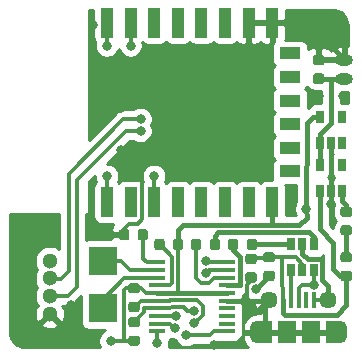
<source format=gbr>
G04 #@! TF.GenerationSoftware,KiCad,Pcbnew,(5.1.5)-3*
G04 #@! TF.CreationDate,2020-07-05T00:24:43+03:00*
G04 #@! TF.ProjectId,body_temp,626f6479-5f74-4656-9d70-2e6b69636164,rev?*
G04 #@! TF.SameCoordinates,Original*
G04 #@! TF.FileFunction,Copper,L1,Top*
G04 #@! TF.FilePolarity,Positive*
%FSLAX46Y46*%
G04 Gerber Fmt 4.6, Leading zero omitted, Abs format (unit mm)*
G04 Created by KiCad (PCBNEW (5.1.5)-3) date 2020-07-05 00:24:43*
%MOMM*%
%LPD*%
G04 APERTURE LIST*
%ADD10C,1.300000*%
%ADD11O,1.524000X1.000000*%
%ADD12R,1.000000X2.500000*%
%ADD13R,1.800000X1.000000*%
%ADD14C,0.100000*%
%ADD15R,2.400000X2.400000*%
%ADD16R,1.450000X0.450000*%
%ADD17R,0.650000X1.060000*%
%ADD18R,1.200000X1.900000*%
%ADD19O,1.200000X1.900000*%
%ADD20R,1.500000X1.900000*%
%ADD21C,1.450000*%
%ADD22R,0.400000X1.350000*%
%ADD23C,0.800000*%
%ADD24C,0.350000*%
%ADD25C,0.400000*%
%ADD26C,0.254000*%
G04 APERTURE END LIST*
D10*
X20066000Y-41457000D03*
X20066000Y-39957000D03*
X20066000Y-38457000D03*
X20066000Y-36957000D03*
D11*
X44991700Y-19930600D03*
X44991700Y-21530600D03*
D12*
X24905500Y-16801000D03*
X26905500Y-16801000D03*
X28905500Y-16801000D03*
X30905500Y-16801000D03*
X32905500Y-16801000D03*
X34905500Y-16801000D03*
X36905500Y-16801000D03*
X38905500Y-16801000D03*
D13*
X40405500Y-19401000D03*
X40405500Y-21401000D03*
X40405500Y-23401000D03*
X40405500Y-25401000D03*
X40405500Y-27401000D03*
X40405500Y-29401000D03*
D12*
X38905500Y-32001000D03*
X36905500Y-32001000D03*
X34905500Y-32001000D03*
X32905500Y-32001000D03*
X30905500Y-32001000D03*
X28905500Y-32001000D03*
X26905500Y-32001000D03*
X24905500Y-32001000D03*
G04 #@! TA.AperFunction,SMDPad,CuDef*
D14*
G36*
X43110391Y-19519353D02*
G01*
X43131626Y-19522503D01*
X43152450Y-19527719D01*
X43172662Y-19534951D01*
X43192068Y-19544130D01*
X43210481Y-19555166D01*
X43227724Y-19567954D01*
X43243630Y-19582370D01*
X43258046Y-19598276D01*
X43270834Y-19615519D01*
X43281870Y-19633932D01*
X43291049Y-19653338D01*
X43298281Y-19673550D01*
X43303497Y-19694374D01*
X43306647Y-19715609D01*
X43307700Y-19737050D01*
X43307700Y-20174550D01*
X43306647Y-20195991D01*
X43303497Y-20217226D01*
X43298281Y-20238050D01*
X43291049Y-20258262D01*
X43281870Y-20277668D01*
X43270834Y-20296081D01*
X43258046Y-20313324D01*
X43243630Y-20329230D01*
X43227724Y-20343646D01*
X43210481Y-20356434D01*
X43192068Y-20367470D01*
X43172662Y-20376649D01*
X43152450Y-20383881D01*
X43131626Y-20389097D01*
X43110391Y-20392247D01*
X43088950Y-20393300D01*
X42576450Y-20393300D01*
X42555009Y-20392247D01*
X42533774Y-20389097D01*
X42512950Y-20383881D01*
X42492738Y-20376649D01*
X42473332Y-20367470D01*
X42454919Y-20356434D01*
X42437676Y-20343646D01*
X42421770Y-20329230D01*
X42407354Y-20313324D01*
X42394566Y-20296081D01*
X42383530Y-20277668D01*
X42374351Y-20258262D01*
X42367119Y-20238050D01*
X42361903Y-20217226D01*
X42358753Y-20195991D01*
X42357700Y-20174550D01*
X42357700Y-19737050D01*
X42358753Y-19715609D01*
X42361903Y-19694374D01*
X42367119Y-19673550D01*
X42374351Y-19653338D01*
X42383530Y-19633932D01*
X42394566Y-19615519D01*
X42407354Y-19598276D01*
X42421770Y-19582370D01*
X42437676Y-19567954D01*
X42454919Y-19555166D01*
X42473332Y-19544130D01*
X42492738Y-19534951D01*
X42512950Y-19527719D01*
X42533774Y-19522503D01*
X42555009Y-19519353D01*
X42576450Y-19518300D01*
X43088950Y-19518300D01*
X43110391Y-19519353D01*
G37*
G04 #@! TD.AperFunction*
G04 #@! TA.AperFunction,SMDPad,CuDef*
G36*
X43110391Y-21094353D02*
G01*
X43131626Y-21097503D01*
X43152450Y-21102719D01*
X43172662Y-21109951D01*
X43192068Y-21119130D01*
X43210481Y-21130166D01*
X43227724Y-21142954D01*
X43243630Y-21157370D01*
X43258046Y-21173276D01*
X43270834Y-21190519D01*
X43281870Y-21208932D01*
X43291049Y-21228338D01*
X43298281Y-21248550D01*
X43303497Y-21269374D01*
X43306647Y-21290609D01*
X43307700Y-21312050D01*
X43307700Y-21749550D01*
X43306647Y-21770991D01*
X43303497Y-21792226D01*
X43298281Y-21813050D01*
X43291049Y-21833262D01*
X43281870Y-21852668D01*
X43270834Y-21871081D01*
X43258046Y-21888324D01*
X43243630Y-21904230D01*
X43227724Y-21918646D01*
X43210481Y-21931434D01*
X43192068Y-21942470D01*
X43172662Y-21951649D01*
X43152450Y-21958881D01*
X43131626Y-21964097D01*
X43110391Y-21967247D01*
X43088950Y-21968300D01*
X42576450Y-21968300D01*
X42555009Y-21967247D01*
X42533774Y-21964097D01*
X42512950Y-21958881D01*
X42492738Y-21951649D01*
X42473332Y-21942470D01*
X42454919Y-21931434D01*
X42437676Y-21918646D01*
X42421770Y-21904230D01*
X42407354Y-21888324D01*
X42394566Y-21871081D01*
X42383530Y-21852668D01*
X42374351Y-21833262D01*
X42367119Y-21813050D01*
X42361903Y-21792226D01*
X42358753Y-21770991D01*
X42357700Y-21749550D01*
X42357700Y-21312050D01*
X42358753Y-21290609D01*
X42361903Y-21269374D01*
X42367119Y-21248550D01*
X42374351Y-21228338D01*
X42383530Y-21208932D01*
X42394566Y-21190519D01*
X42407354Y-21173276D01*
X42421770Y-21157370D01*
X42437676Y-21142954D01*
X42454919Y-21130166D01*
X42473332Y-21119130D01*
X42492738Y-21109951D01*
X42512950Y-21102719D01*
X42533774Y-21097503D01*
X42555009Y-21094353D01*
X42576450Y-21093300D01*
X43088950Y-21093300D01*
X43110391Y-21094353D01*
G37*
G04 #@! TD.AperFunction*
G04 #@! TA.AperFunction,SMDPad,CuDef*
G36*
X37382691Y-37934553D02*
G01*
X37403926Y-37937703D01*
X37424750Y-37942919D01*
X37444962Y-37950151D01*
X37464368Y-37959330D01*
X37482781Y-37970366D01*
X37500024Y-37983154D01*
X37515930Y-37997570D01*
X37530346Y-38013476D01*
X37543134Y-38030719D01*
X37554170Y-38049132D01*
X37563349Y-38068538D01*
X37570581Y-38088750D01*
X37575797Y-38109574D01*
X37578947Y-38130809D01*
X37580000Y-38152250D01*
X37580000Y-38589750D01*
X37578947Y-38611191D01*
X37575797Y-38632426D01*
X37570581Y-38653250D01*
X37563349Y-38673462D01*
X37554170Y-38692868D01*
X37543134Y-38711281D01*
X37530346Y-38728524D01*
X37515930Y-38744430D01*
X37500024Y-38758846D01*
X37482781Y-38771634D01*
X37464368Y-38782670D01*
X37444962Y-38791849D01*
X37424750Y-38799081D01*
X37403926Y-38804297D01*
X37382691Y-38807447D01*
X37361250Y-38808500D01*
X36848750Y-38808500D01*
X36827309Y-38807447D01*
X36806074Y-38804297D01*
X36785250Y-38799081D01*
X36765038Y-38791849D01*
X36745632Y-38782670D01*
X36727219Y-38771634D01*
X36709976Y-38758846D01*
X36694070Y-38744430D01*
X36679654Y-38728524D01*
X36666866Y-38711281D01*
X36655830Y-38692868D01*
X36646651Y-38673462D01*
X36639419Y-38653250D01*
X36634203Y-38632426D01*
X36631053Y-38611191D01*
X36630000Y-38589750D01*
X36630000Y-38152250D01*
X36631053Y-38130809D01*
X36634203Y-38109574D01*
X36639419Y-38088750D01*
X36646651Y-38068538D01*
X36655830Y-38049132D01*
X36666866Y-38030719D01*
X36679654Y-38013476D01*
X36694070Y-37997570D01*
X36709976Y-37983154D01*
X36727219Y-37970366D01*
X36745632Y-37959330D01*
X36765038Y-37950151D01*
X36785250Y-37942919D01*
X36806074Y-37937703D01*
X36827309Y-37934553D01*
X36848750Y-37933500D01*
X37361250Y-37933500D01*
X37382691Y-37934553D01*
G37*
G04 #@! TD.AperFunction*
G04 #@! TA.AperFunction,SMDPad,CuDef*
G36*
X37382691Y-36359553D02*
G01*
X37403926Y-36362703D01*
X37424750Y-36367919D01*
X37444962Y-36375151D01*
X37464368Y-36384330D01*
X37482781Y-36395366D01*
X37500024Y-36408154D01*
X37515930Y-36422570D01*
X37530346Y-36438476D01*
X37543134Y-36455719D01*
X37554170Y-36474132D01*
X37563349Y-36493538D01*
X37570581Y-36513750D01*
X37575797Y-36534574D01*
X37578947Y-36555809D01*
X37580000Y-36577250D01*
X37580000Y-37014750D01*
X37578947Y-37036191D01*
X37575797Y-37057426D01*
X37570581Y-37078250D01*
X37563349Y-37098462D01*
X37554170Y-37117868D01*
X37543134Y-37136281D01*
X37530346Y-37153524D01*
X37515930Y-37169430D01*
X37500024Y-37183846D01*
X37482781Y-37196634D01*
X37464368Y-37207670D01*
X37444962Y-37216849D01*
X37424750Y-37224081D01*
X37403926Y-37229297D01*
X37382691Y-37232447D01*
X37361250Y-37233500D01*
X36848750Y-37233500D01*
X36827309Y-37232447D01*
X36806074Y-37229297D01*
X36785250Y-37224081D01*
X36765038Y-37216849D01*
X36745632Y-37207670D01*
X36727219Y-37196634D01*
X36709976Y-37183846D01*
X36694070Y-37169430D01*
X36679654Y-37153524D01*
X36666866Y-37136281D01*
X36655830Y-37117868D01*
X36646651Y-37098462D01*
X36639419Y-37078250D01*
X36634203Y-37057426D01*
X36631053Y-37036191D01*
X36630000Y-37014750D01*
X36630000Y-36577250D01*
X36631053Y-36555809D01*
X36634203Y-36534574D01*
X36639419Y-36513750D01*
X36646651Y-36493538D01*
X36655830Y-36474132D01*
X36666866Y-36455719D01*
X36679654Y-36438476D01*
X36694070Y-36422570D01*
X36709976Y-36408154D01*
X36727219Y-36395366D01*
X36745632Y-36384330D01*
X36765038Y-36375151D01*
X36785250Y-36367919D01*
X36806074Y-36362703D01*
X36827309Y-36359553D01*
X36848750Y-36358500D01*
X37361250Y-36358500D01*
X37382691Y-36359553D01*
G37*
G04 #@! TD.AperFunction*
D15*
X24557400Y-36974000D03*
X24557400Y-40974000D03*
D16*
X35038500Y-37097000D03*
X35038500Y-37747000D03*
X35038500Y-38397000D03*
X35038500Y-39047000D03*
X35038500Y-39697000D03*
X35038500Y-40347000D03*
X35038500Y-40997000D03*
X35038500Y-41647000D03*
X35038500Y-42297000D03*
X35038500Y-42947000D03*
X29138500Y-42947000D03*
X29138500Y-42297000D03*
X29138500Y-41647000D03*
X29138500Y-40997000D03*
X29138500Y-40347000D03*
X29138500Y-39697000D03*
X29138500Y-39047000D03*
X29138500Y-38397000D03*
X29138500Y-37747000D03*
X29138500Y-37097000D03*
D17*
X42934300Y-24756600D03*
X44834300Y-24756600D03*
X44834300Y-26956600D03*
X43884300Y-26956600D03*
X42934300Y-26956600D03*
X41453000Y-37777000D03*
X42403000Y-37777000D03*
X40503000Y-37777000D03*
X40503000Y-35577000D03*
X41453000Y-35577000D03*
X42403000Y-35577000D03*
G04 #@! TA.AperFunction,SMDPad,CuDef*
D14*
G36*
X27476691Y-38848753D02*
G01*
X27497926Y-38851903D01*
X27518750Y-38857119D01*
X27538962Y-38864351D01*
X27558368Y-38873530D01*
X27576781Y-38884566D01*
X27594024Y-38897354D01*
X27609930Y-38911770D01*
X27624346Y-38927676D01*
X27637134Y-38944919D01*
X27648170Y-38963332D01*
X27657349Y-38982738D01*
X27664581Y-39002950D01*
X27669797Y-39023774D01*
X27672947Y-39045009D01*
X27674000Y-39066450D01*
X27674000Y-39503950D01*
X27672947Y-39525391D01*
X27669797Y-39546626D01*
X27664581Y-39567450D01*
X27657349Y-39587662D01*
X27648170Y-39607068D01*
X27637134Y-39625481D01*
X27624346Y-39642724D01*
X27609930Y-39658630D01*
X27594024Y-39673046D01*
X27576781Y-39685834D01*
X27558368Y-39696870D01*
X27538962Y-39706049D01*
X27518750Y-39713281D01*
X27497926Y-39718497D01*
X27476691Y-39721647D01*
X27455250Y-39722700D01*
X26942750Y-39722700D01*
X26921309Y-39721647D01*
X26900074Y-39718497D01*
X26879250Y-39713281D01*
X26859038Y-39706049D01*
X26839632Y-39696870D01*
X26821219Y-39685834D01*
X26803976Y-39673046D01*
X26788070Y-39658630D01*
X26773654Y-39642724D01*
X26760866Y-39625481D01*
X26749830Y-39607068D01*
X26740651Y-39587662D01*
X26733419Y-39567450D01*
X26728203Y-39546626D01*
X26725053Y-39525391D01*
X26724000Y-39503950D01*
X26724000Y-39066450D01*
X26725053Y-39045009D01*
X26728203Y-39023774D01*
X26733419Y-39002950D01*
X26740651Y-38982738D01*
X26749830Y-38963332D01*
X26760866Y-38944919D01*
X26773654Y-38927676D01*
X26788070Y-38911770D01*
X26803976Y-38897354D01*
X26821219Y-38884566D01*
X26839632Y-38873530D01*
X26859038Y-38864351D01*
X26879250Y-38857119D01*
X26900074Y-38851903D01*
X26921309Y-38848753D01*
X26942750Y-38847700D01*
X27455250Y-38847700D01*
X27476691Y-38848753D01*
G37*
G04 #@! TD.AperFunction*
G04 #@! TA.AperFunction,SMDPad,CuDef*
G36*
X27476691Y-40423753D02*
G01*
X27497926Y-40426903D01*
X27518750Y-40432119D01*
X27538962Y-40439351D01*
X27558368Y-40448530D01*
X27576781Y-40459566D01*
X27594024Y-40472354D01*
X27609930Y-40486770D01*
X27624346Y-40502676D01*
X27637134Y-40519919D01*
X27648170Y-40538332D01*
X27657349Y-40557738D01*
X27664581Y-40577950D01*
X27669797Y-40598774D01*
X27672947Y-40620009D01*
X27674000Y-40641450D01*
X27674000Y-41078950D01*
X27672947Y-41100391D01*
X27669797Y-41121626D01*
X27664581Y-41142450D01*
X27657349Y-41162662D01*
X27648170Y-41182068D01*
X27637134Y-41200481D01*
X27624346Y-41217724D01*
X27609930Y-41233630D01*
X27594024Y-41248046D01*
X27576781Y-41260834D01*
X27558368Y-41271870D01*
X27538962Y-41281049D01*
X27518750Y-41288281D01*
X27497926Y-41293497D01*
X27476691Y-41296647D01*
X27455250Y-41297700D01*
X26942750Y-41297700D01*
X26921309Y-41296647D01*
X26900074Y-41293497D01*
X26879250Y-41288281D01*
X26859038Y-41281049D01*
X26839632Y-41271870D01*
X26821219Y-41260834D01*
X26803976Y-41248046D01*
X26788070Y-41233630D01*
X26773654Y-41217724D01*
X26760866Y-41200481D01*
X26749830Y-41182068D01*
X26740651Y-41162662D01*
X26733419Y-41142450D01*
X26728203Y-41121626D01*
X26725053Y-41100391D01*
X26724000Y-41078950D01*
X26724000Y-40641450D01*
X26725053Y-40620009D01*
X26728203Y-40598774D01*
X26733419Y-40577950D01*
X26740651Y-40557738D01*
X26749830Y-40538332D01*
X26760866Y-40519919D01*
X26773654Y-40502676D01*
X26788070Y-40486770D01*
X26803976Y-40472354D01*
X26821219Y-40459566D01*
X26839632Y-40448530D01*
X26859038Y-40439351D01*
X26879250Y-40432119D01*
X26900074Y-40426903D01*
X26921309Y-40423753D01*
X26942750Y-40422700D01*
X27455250Y-40422700D01*
X27476691Y-40423753D01*
G37*
G04 #@! TD.AperFunction*
G04 #@! TA.AperFunction,SMDPad,CuDef*
G36*
X27476691Y-43294153D02*
G01*
X27497926Y-43297303D01*
X27518750Y-43302519D01*
X27538962Y-43309751D01*
X27558368Y-43318930D01*
X27576781Y-43329966D01*
X27594024Y-43342754D01*
X27609930Y-43357170D01*
X27624346Y-43373076D01*
X27637134Y-43390319D01*
X27648170Y-43408732D01*
X27657349Y-43428138D01*
X27664581Y-43448350D01*
X27669797Y-43469174D01*
X27672947Y-43490409D01*
X27674000Y-43511850D01*
X27674000Y-43949350D01*
X27672947Y-43970791D01*
X27669797Y-43992026D01*
X27664581Y-44012850D01*
X27657349Y-44033062D01*
X27648170Y-44052468D01*
X27637134Y-44070881D01*
X27624346Y-44088124D01*
X27609930Y-44104030D01*
X27594024Y-44118446D01*
X27576781Y-44131234D01*
X27558368Y-44142270D01*
X27538962Y-44151449D01*
X27518750Y-44158681D01*
X27497926Y-44163897D01*
X27476691Y-44167047D01*
X27455250Y-44168100D01*
X26942750Y-44168100D01*
X26921309Y-44167047D01*
X26900074Y-44163897D01*
X26879250Y-44158681D01*
X26859038Y-44151449D01*
X26839632Y-44142270D01*
X26821219Y-44131234D01*
X26803976Y-44118446D01*
X26788070Y-44104030D01*
X26773654Y-44088124D01*
X26760866Y-44070881D01*
X26749830Y-44052468D01*
X26740651Y-44033062D01*
X26733419Y-44012850D01*
X26728203Y-43992026D01*
X26725053Y-43970791D01*
X26724000Y-43949350D01*
X26724000Y-43511850D01*
X26725053Y-43490409D01*
X26728203Y-43469174D01*
X26733419Y-43448350D01*
X26740651Y-43428138D01*
X26749830Y-43408732D01*
X26760866Y-43390319D01*
X26773654Y-43373076D01*
X26788070Y-43357170D01*
X26803976Y-43342754D01*
X26821219Y-43329966D01*
X26839632Y-43318930D01*
X26859038Y-43309751D01*
X26879250Y-43302519D01*
X26900074Y-43297303D01*
X26921309Y-43294153D01*
X26942750Y-43293100D01*
X27455250Y-43293100D01*
X27476691Y-43294153D01*
G37*
G04 #@! TD.AperFunction*
G04 #@! TA.AperFunction,SMDPad,CuDef*
G36*
X27476691Y-41719153D02*
G01*
X27497926Y-41722303D01*
X27518750Y-41727519D01*
X27538962Y-41734751D01*
X27558368Y-41743930D01*
X27576781Y-41754966D01*
X27594024Y-41767754D01*
X27609930Y-41782170D01*
X27624346Y-41798076D01*
X27637134Y-41815319D01*
X27648170Y-41833732D01*
X27657349Y-41853138D01*
X27664581Y-41873350D01*
X27669797Y-41894174D01*
X27672947Y-41915409D01*
X27674000Y-41936850D01*
X27674000Y-42374350D01*
X27672947Y-42395791D01*
X27669797Y-42417026D01*
X27664581Y-42437850D01*
X27657349Y-42458062D01*
X27648170Y-42477468D01*
X27637134Y-42495881D01*
X27624346Y-42513124D01*
X27609930Y-42529030D01*
X27594024Y-42543446D01*
X27576781Y-42556234D01*
X27558368Y-42567270D01*
X27538962Y-42576449D01*
X27518750Y-42583681D01*
X27497926Y-42588897D01*
X27476691Y-42592047D01*
X27455250Y-42593100D01*
X26942750Y-42593100D01*
X26921309Y-42592047D01*
X26900074Y-42588897D01*
X26879250Y-42583681D01*
X26859038Y-42576449D01*
X26839632Y-42567270D01*
X26821219Y-42556234D01*
X26803976Y-42543446D01*
X26788070Y-42529030D01*
X26773654Y-42513124D01*
X26760866Y-42495881D01*
X26749830Y-42477468D01*
X26740651Y-42458062D01*
X26733419Y-42437850D01*
X26728203Y-42417026D01*
X26725053Y-42395791D01*
X26724000Y-42374350D01*
X26724000Y-41936850D01*
X26725053Y-41915409D01*
X26728203Y-41894174D01*
X26733419Y-41873350D01*
X26740651Y-41853138D01*
X26749830Y-41833732D01*
X26760866Y-41815319D01*
X26773654Y-41798076D01*
X26788070Y-41782170D01*
X26803976Y-41767754D01*
X26821219Y-41754966D01*
X26839632Y-41743930D01*
X26859038Y-41734751D01*
X26879250Y-41727519D01*
X26900074Y-41722303D01*
X26921309Y-41719153D01*
X26942750Y-41718100D01*
X27455250Y-41718100D01*
X27476691Y-41719153D01*
G37*
G04 #@! TD.AperFunction*
G04 #@! TA.AperFunction,SMDPad,CuDef*
G36*
X31173191Y-35103053D02*
G01*
X31194426Y-35106203D01*
X31215250Y-35111419D01*
X31235462Y-35118651D01*
X31254868Y-35127830D01*
X31273281Y-35138866D01*
X31290524Y-35151654D01*
X31306430Y-35166070D01*
X31320846Y-35181976D01*
X31333634Y-35199219D01*
X31344670Y-35217632D01*
X31353849Y-35237038D01*
X31361081Y-35257250D01*
X31366297Y-35278074D01*
X31369447Y-35299309D01*
X31370500Y-35320750D01*
X31370500Y-35833250D01*
X31369447Y-35854691D01*
X31366297Y-35875926D01*
X31361081Y-35896750D01*
X31353849Y-35916962D01*
X31344670Y-35936368D01*
X31333634Y-35954781D01*
X31320846Y-35972024D01*
X31306430Y-35987930D01*
X31290524Y-36002346D01*
X31273281Y-36015134D01*
X31254868Y-36026170D01*
X31235462Y-36035349D01*
X31215250Y-36042581D01*
X31194426Y-36047797D01*
X31173191Y-36050947D01*
X31151750Y-36052000D01*
X30714250Y-36052000D01*
X30692809Y-36050947D01*
X30671574Y-36047797D01*
X30650750Y-36042581D01*
X30630538Y-36035349D01*
X30611132Y-36026170D01*
X30592719Y-36015134D01*
X30575476Y-36002346D01*
X30559570Y-35987930D01*
X30545154Y-35972024D01*
X30532366Y-35954781D01*
X30521330Y-35936368D01*
X30512151Y-35916962D01*
X30504919Y-35896750D01*
X30499703Y-35875926D01*
X30496553Y-35854691D01*
X30495500Y-35833250D01*
X30495500Y-35320750D01*
X30496553Y-35299309D01*
X30499703Y-35278074D01*
X30504919Y-35257250D01*
X30512151Y-35237038D01*
X30521330Y-35217632D01*
X30532366Y-35199219D01*
X30545154Y-35181976D01*
X30559570Y-35166070D01*
X30575476Y-35151654D01*
X30592719Y-35138866D01*
X30611132Y-35127830D01*
X30630538Y-35118651D01*
X30650750Y-35111419D01*
X30671574Y-35106203D01*
X30692809Y-35103053D01*
X30714250Y-35102000D01*
X31151750Y-35102000D01*
X31173191Y-35103053D01*
G37*
G04 #@! TD.AperFunction*
G04 #@! TA.AperFunction,SMDPad,CuDef*
G36*
X29598191Y-35103053D02*
G01*
X29619426Y-35106203D01*
X29640250Y-35111419D01*
X29660462Y-35118651D01*
X29679868Y-35127830D01*
X29698281Y-35138866D01*
X29715524Y-35151654D01*
X29731430Y-35166070D01*
X29745846Y-35181976D01*
X29758634Y-35199219D01*
X29769670Y-35217632D01*
X29778849Y-35237038D01*
X29786081Y-35257250D01*
X29791297Y-35278074D01*
X29794447Y-35299309D01*
X29795500Y-35320750D01*
X29795500Y-35833250D01*
X29794447Y-35854691D01*
X29791297Y-35875926D01*
X29786081Y-35896750D01*
X29778849Y-35916962D01*
X29769670Y-35936368D01*
X29758634Y-35954781D01*
X29745846Y-35972024D01*
X29731430Y-35987930D01*
X29715524Y-36002346D01*
X29698281Y-36015134D01*
X29679868Y-36026170D01*
X29660462Y-36035349D01*
X29640250Y-36042581D01*
X29619426Y-36047797D01*
X29598191Y-36050947D01*
X29576750Y-36052000D01*
X29139250Y-36052000D01*
X29117809Y-36050947D01*
X29096574Y-36047797D01*
X29075750Y-36042581D01*
X29055538Y-36035349D01*
X29036132Y-36026170D01*
X29017719Y-36015134D01*
X29000476Y-36002346D01*
X28984570Y-35987930D01*
X28970154Y-35972024D01*
X28957366Y-35954781D01*
X28946330Y-35936368D01*
X28937151Y-35916962D01*
X28929919Y-35896750D01*
X28924703Y-35875926D01*
X28921553Y-35854691D01*
X28920500Y-35833250D01*
X28920500Y-35320750D01*
X28921553Y-35299309D01*
X28924703Y-35278074D01*
X28929919Y-35257250D01*
X28937151Y-35237038D01*
X28946330Y-35217632D01*
X28957366Y-35199219D01*
X28970154Y-35181976D01*
X28984570Y-35166070D01*
X29000476Y-35151654D01*
X29017719Y-35138866D01*
X29036132Y-35127830D01*
X29055538Y-35118651D01*
X29075750Y-35111419D01*
X29096574Y-35106203D01*
X29117809Y-35103053D01*
X29139250Y-35102000D01*
X29576750Y-35102000D01*
X29598191Y-35103053D01*
G37*
G04 #@! TD.AperFunction*
G04 #@! TA.AperFunction,SMDPad,CuDef*
G36*
X26600791Y-34290253D02*
G01*
X26622026Y-34293403D01*
X26642850Y-34298619D01*
X26663062Y-34305851D01*
X26682468Y-34315030D01*
X26700881Y-34326066D01*
X26718124Y-34338854D01*
X26734030Y-34353270D01*
X26748446Y-34369176D01*
X26761234Y-34386419D01*
X26772270Y-34404832D01*
X26781449Y-34424238D01*
X26788681Y-34444450D01*
X26793897Y-34465274D01*
X26797047Y-34486509D01*
X26798100Y-34507950D01*
X26798100Y-35020450D01*
X26797047Y-35041891D01*
X26793897Y-35063126D01*
X26788681Y-35083950D01*
X26781449Y-35104162D01*
X26772270Y-35123568D01*
X26761234Y-35141981D01*
X26748446Y-35159224D01*
X26734030Y-35175130D01*
X26718124Y-35189546D01*
X26700881Y-35202334D01*
X26682468Y-35213370D01*
X26663062Y-35222549D01*
X26642850Y-35229781D01*
X26622026Y-35234997D01*
X26600791Y-35238147D01*
X26579350Y-35239200D01*
X26141850Y-35239200D01*
X26120409Y-35238147D01*
X26099174Y-35234997D01*
X26078350Y-35229781D01*
X26058138Y-35222549D01*
X26038732Y-35213370D01*
X26020319Y-35202334D01*
X26003076Y-35189546D01*
X25987170Y-35175130D01*
X25972754Y-35159224D01*
X25959966Y-35141981D01*
X25948930Y-35123568D01*
X25939751Y-35104162D01*
X25932519Y-35083950D01*
X25927303Y-35063126D01*
X25924153Y-35041891D01*
X25923100Y-35020450D01*
X25923100Y-34507950D01*
X25924153Y-34486509D01*
X25927303Y-34465274D01*
X25932519Y-34444450D01*
X25939751Y-34424238D01*
X25948930Y-34404832D01*
X25959966Y-34386419D01*
X25972754Y-34369176D01*
X25987170Y-34353270D01*
X26003076Y-34338854D01*
X26020319Y-34326066D01*
X26038732Y-34315030D01*
X26058138Y-34305851D01*
X26078350Y-34298619D01*
X26099174Y-34293403D01*
X26120409Y-34290253D01*
X26141850Y-34289200D01*
X26579350Y-34289200D01*
X26600791Y-34290253D01*
G37*
G04 #@! TD.AperFunction*
G04 #@! TA.AperFunction,SMDPad,CuDef*
G36*
X28175791Y-34290253D02*
G01*
X28197026Y-34293403D01*
X28217850Y-34298619D01*
X28238062Y-34305851D01*
X28257468Y-34315030D01*
X28275881Y-34326066D01*
X28293124Y-34338854D01*
X28309030Y-34353270D01*
X28323446Y-34369176D01*
X28336234Y-34386419D01*
X28347270Y-34404832D01*
X28356449Y-34424238D01*
X28363681Y-34444450D01*
X28368897Y-34465274D01*
X28372047Y-34486509D01*
X28373100Y-34507950D01*
X28373100Y-35020450D01*
X28372047Y-35041891D01*
X28368897Y-35063126D01*
X28363681Y-35083950D01*
X28356449Y-35104162D01*
X28347270Y-35123568D01*
X28336234Y-35141981D01*
X28323446Y-35159224D01*
X28309030Y-35175130D01*
X28293124Y-35189546D01*
X28275881Y-35202334D01*
X28257468Y-35213370D01*
X28238062Y-35222549D01*
X28217850Y-35229781D01*
X28197026Y-35234997D01*
X28175791Y-35238147D01*
X28154350Y-35239200D01*
X27716850Y-35239200D01*
X27695409Y-35238147D01*
X27674174Y-35234997D01*
X27653350Y-35229781D01*
X27633138Y-35222549D01*
X27613732Y-35213370D01*
X27595319Y-35202334D01*
X27578076Y-35189546D01*
X27562170Y-35175130D01*
X27547754Y-35159224D01*
X27534966Y-35141981D01*
X27523930Y-35123568D01*
X27514751Y-35104162D01*
X27507519Y-35083950D01*
X27502303Y-35063126D01*
X27499153Y-35041891D01*
X27498100Y-35020450D01*
X27498100Y-34507950D01*
X27499153Y-34486509D01*
X27502303Y-34465274D01*
X27507519Y-34444450D01*
X27514751Y-34424238D01*
X27523930Y-34404832D01*
X27534966Y-34386419D01*
X27547754Y-34369176D01*
X27562170Y-34353270D01*
X27578076Y-34338854D01*
X27595319Y-34326066D01*
X27613732Y-34315030D01*
X27633138Y-34305851D01*
X27653350Y-34298619D01*
X27674174Y-34293403D01*
X27695409Y-34290253D01*
X27716850Y-34289200D01*
X28154350Y-34289200D01*
X28175791Y-34290253D01*
G37*
G04 #@! TD.AperFunction*
G04 #@! TA.AperFunction,SMDPad,CuDef*
G36*
X32709691Y-35103053D02*
G01*
X32730926Y-35106203D01*
X32751750Y-35111419D01*
X32771962Y-35118651D01*
X32791368Y-35127830D01*
X32809781Y-35138866D01*
X32827024Y-35151654D01*
X32842930Y-35166070D01*
X32857346Y-35181976D01*
X32870134Y-35199219D01*
X32881170Y-35217632D01*
X32890349Y-35237038D01*
X32897581Y-35257250D01*
X32902797Y-35278074D01*
X32905947Y-35299309D01*
X32907000Y-35320750D01*
X32907000Y-35833250D01*
X32905947Y-35854691D01*
X32902797Y-35875926D01*
X32897581Y-35896750D01*
X32890349Y-35916962D01*
X32881170Y-35936368D01*
X32870134Y-35954781D01*
X32857346Y-35972024D01*
X32842930Y-35987930D01*
X32827024Y-36002346D01*
X32809781Y-36015134D01*
X32791368Y-36026170D01*
X32771962Y-36035349D01*
X32751750Y-36042581D01*
X32730926Y-36047797D01*
X32709691Y-36050947D01*
X32688250Y-36052000D01*
X32250750Y-36052000D01*
X32229309Y-36050947D01*
X32208074Y-36047797D01*
X32187250Y-36042581D01*
X32167038Y-36035349D01*
X32147632Y-36026170D01*
X32129219Y-36015134D01*
X32111976Y-36002346D01*
X32096070Y-35987930D01*
X32081654Y-35972024D01*
X32068866Y-35954781D01*
X32057830Y-35936368D01*
X32048651Y-35916962D01*
X32041419Y-35896750D01*
X32036203Y-35875926D01*
X32033053Y-35854691D01*
X32032000Y-35833250D01*
X32032000Y-35320750D01*
X32033053Y-35299309D01*
X32036203Y-35278074D01*
X32041419Y-35257250D01*
X32048651Y-35237038D01*
X32057830Y-35217632D01*
X32068866Y-35199219D01*
X32081654Y-35181976D01*
X32096070Y-35166070D01*
X32111976Y-35151654D01*
X32129219Y-35138866D01*
X32147632Y-35127830D01*
X32167038Y-35118651D01*
X32187250Y-35111419D01*
X32208074Y-35106203D01*
X32229309Y-35103053D01*
X32250750Y-35102000D01*
X32688250Y-35102000D01*
X32709691Y-35103053D01*
G37*
G04 #@! TD.AperFunction*
G04 #@! TA.AperFunction,SMDPad,CuDef*
G36*
X34284691Y-35103053D02*
G01*
X34305926Y-35106203D01*
X34326750Y-35111419D01*
X34346962Y-35118651D01*
X34366368Y-35127830D01*
X34384781Y-35138866D01*
X34402024Y-35151654D01*
X34417930Y-35166070D01*
X34432346Y-35181976D01*
X34445134Y-35199219D01*
X34456170Y-35217632D01*
X34465349Y-35237038D01*
X34472581Y-35257250D01*
X34477797Y-35278074D01*
X34480947Y-35299309D01*
X34482000Y-35320750D01*
X34482000Y-35833250D01*
X34480947Y-35854691D01*
X34477797Y-35875926D01*
X34472581Y-35896750D01*
X34465349Y-35916962D01*
X34456170Y-35936368D01*
X34445134Y-35954781D01*
X34432346Y-35972024D01*
X34417930Y-35987930D01*
X34402024Y-36002346D01*
X34384781Y-36015134D01*
X34366368Y-36026170D01*
X34346962Y-36035349D01*
X34326750Y-36042581D01*
X34305926Y-36047797D01*
X34284691Y-36050947D01*
X34263250Y-36052000D01*
X33825750Y-36052000D01*
X33804309Y-36050947D01*
X33783074Y-36047797D01*
X33762250Y-36042581D01*
X33742038Y-36035349D01*
X33722632Y-36026170D01*
X33704219Y-36015134D01*
X33686976Y-36002346D01*
X33671070Y-35987930D01*
X33656654Y-35972024D01*
X33643866Y-35954781D01*
X33632830Y-35936368D01*
X33623651Y-35916962D01*
X33616419Y-35896750D01*
X33611203Y-35875926D01*
X33608053Y-35854691D01*
X33607000Y-35833250D01*
X33607000Y-35320750D01*
X33608053Y-35299309D01*
X33611203Y-35278074D01*
X33616419Y-35257250D01*
X33623651Y-35237038D01*
X33632830Y-35217632D01*
X33643866Y-35199219D01*
X33656654Y-35181976D01*
X33671070Y-35166070D01*
X33686976Y-35151654D01*
X33704219Y-35138866D01*
X33722632Y-35127830D01*
X33742038Y-35118651D01*
X33762250Y-35111419D01*
X33783074Y-35106203D01*
X33804309Y-35103053D01*
X33825750Y-35102000D01*
X34263250Y-35102000D01*
X34284691Y-35103053D01*
G37*
G04 #@! TD.AperFunction*
G04 #@! TA.AperFunction,SMDPad,CuDef*
G36*
X37408691Y-35103053D02*
G01*
X37429926Y-35106203D01*
X37450750Y-35111419D01*
X37470962Y-35118651D01*
X37490368Y-35127830D01*
X37508781Y-35138866D01*
X37526024Y-35151654D01*
X37541930Y-35166070D01*
X37556346Y-35181976D01*
X37569134Y-35199219D01*
X37580170Y-35217632D01*
X37589349Y-35237038D01*
X37596581Y-35257250D01*
X37601797Y-35278074D01*
X37604947Y-35299309D01*
X37606000Y-35320750D01*
X37606000Y-35833250D01*
X37604947Y-35854691D01*
X37601797Y-35875926D01*
X37596581Y-35896750D01*
X37589349Y-35916962D01*
X37580170Y-35936368D01*
X37569134Y-35954781D01*
X37556346Y-35972024D01*
X37541930Y-35987930D01*
X37526024Y-36002346D01*
X37508781Y-36015134D01*
X37490368Y-36026170D01*
X37470962Y-36035349D01*
X37450750Y-36042581D01*
X37429926Y-36047797D01*
X37408691Y-36050947D01*
X37387250Y-36052000D01*
X36949750Y-36052000D01*
X36928309Y-36050947D01*
X36907074Y-36047797D01*
X36886250Y-36042581D01*
X36866038Y-36035349D01*
X36846632Y-36026170D01*
X36828219Y-36015134D01*
X36810976Y-36002346D01*
X36795070Y-35987930D01*
X36780654Y-35972024D01*
X36767866Y-35954781D01*
X36756830Y-35936368D01*
X36747651Y-35916962D01*
X36740419Y-35896750D01*
X36735203Y-35875926D01*
X36732053Y-35854691D01*
X36731000Y-35833250D01*
X36731000Y-35320750D01*
X36732053Y-35299309D01*
X36735203Y-35278074D01*
X36740419Y-35257250D01*
X36747651Y-35237038D01*
X36756830Y-35217632D01*
X36767866Y-35199219D01*
X36780654Y-35181976D01*
X36795070Y-35166070D01*
X36810976Y-35151654D01*
X36828219Y-35138866D01*
X36846632Y-35127830D01*
X36866038Y-35118651D01*
X36886250Y-35111419D01*
X36907074Y-35106203D01*
X36928309Y-35103053D01*
X36949750Y-35102000D01*
X37387250Y-35102000D01*
X37408691Y-35103053D01*
G37*
G04 #@! TD.AperFunction*
G04 #@! TA.AperFunction,SMDPad,CuDef*
G36*
X35833691Y-35103053D02*
G01*
X35854926Y-35106203D01*
X35875750Y-35111419D01*
X35895962Y-35118651D01*
X35915368Y-35127830D01*
X35933781Y-35138866D01*
X35951024Y-35151654D01*
X35966930Y-35166070D01*
X35981346Y-35181976D01*
X35994134Y-35199219D01*
X36005170Y-35217632D01*
X36014349Y-35237038D01*
X36021581Y-35257250D01*
X36026797Y-35278074D01*
X36029947Y-35299309D01*
X36031000Y-35320750D01*
X36031000Y-35833250D01*
X36029947Y-35854691D01*
X36026797Y-35875926D01*
X36021581Y-35896750D01*
X36014349Y-35916962D01*
X36005170Y-35936368D01*
X35994134Y-35954781D01*
X35981346Y-35972024D01*
X35966930Y-35987930D01*
X35951024Y-36002346D01*
X35933781Y-36015134D01*
X35915368Y-36026170D01*
X35895962Y-36035349D01*
X35875750Y-36042581D01*
X35854926Y-36047797D01*
X35833691Y-36050947D01*
X35812250Y-36052000D01*
X35374750Y-36052000D01*
X35353309Y-36050947D01*
X35332074Y-36047797D01*
X35311250Y-36042581D01*
X35291038Y-36035349D01*
X35271632Y-36026170D01*
X35253219Y-36015134D01*
X35235976Y-36002346D01*
X35220070Y-35987930D01*
X35205654Y-35972024D01*
X35192866Y-35954781D01*
X35181830Y-35936368D01*
X35172651Y-35916962D01*
X35165419Y-35896750D01*
X35160203Y-35875926D01*
X35157053Y-35854691D01*
X35156000Y-35833250D01*
X35156000Y-35320750D01*
X35157053Y-35299309D01*
X35160203Y-35278074D01*
X35165419Y-35257250D01*
X35172651Y-35237038D01*
X35181830Y-35217632D01*
X35192866Y-35199219D01*
X35205654Y-35181976D01*
X35220070Y-35166070D01*
X35235976Y-35151654D01*
X35253219Y-35138866D01*
X35271632Y-35127830D01*
X35291038Y-35118651D01*
X35311250Y-35111419D01*
X35332074Y-35106203D01*
X35353309Y-35103053D01*
X35374750Y-35102000D01*
X35812250Y-35102000D01*
X35833691Y-35103053D01*
G37*
G04 #@! TD.AperFunction*
G04 #@! TA.AperFunction,SMDPad,CuDef*
G36*
X38906691Y-36220053D02*
G01*
X38927926Y-36223203D01*
X38948750Y-36228419D01*
X38968962Y-36235651D01*
X38988368Y-36244830D01*
X39006781Y-36255866D01*
X39024024Y-36268654D01*
X39039930Y-36283070D01*
X39054346Y-36298976D01*
X39067134Y-36316219D01*
X39078170Y-36334632D01*
X39087349Y-36354038D01*
X39094581Y-36374250D01*
X39099797Y-36395074D01*
X39102947Y-36416309D01*
X39104000Y-36437750D01*
X39104000Y-36875250D01*
X39102947Y-36896691D01*
X39099797Y-36917926D01*
X39094581Y-36938750D01*
X39087349Y-36958962D01*
X39078170Y-36978368D01*
X39067134Y-36996781D01*
X39054346Y-37014024D01*
X39039930Y-37029930D01*
X39024024Y-37044346D01*
X39006781Y-37057134D01*
X38988368Y-37068170D01*
X38968962Y-37077349D01*
X38948750Y-37084581D01*
X38927926Y-37089797D01*
X38906691Y-37092947D01*
X38885250Y-37094000D01*
X38372750Y-37094000D01*
X38351309Y-37092947D01*
X38330074Y-37089797D01*
X38309250Y-37084581D01*
X38289038Y-37077349D01*
X38269632Y-37068170D01*
X38251219Y-37057134D01*
X38233976Y-37044346D01*
X38218070Y-37029930D01*
X38203654Y-37014024D01*
X38190866Y-36996781D01*
X38179830Y-36978368D01*
X38170651Y-36958962D01*
X38163419Y-36938750D01*
X38158203Y-36917926D01*
X38155053Y-36896691D01*
X38154000Y-36875250D01*
X38154000Y-36437750D01*
X38155053Y-36416309D01*
X38158203Y-36395074D01*
X38163419Y-36374250D01*
X38170651Y-36354038D01*
X38179830Y-36334632D01*
X38190866Y-36316219D01*
X38203654Y-36298976D01*
X38218070Y-36283070D01*
X38233976Y-36268654D01*
X38251219Y-36255866D01*
X38269632Y-36244830D01*
X38289038Y-36235651D01*
X38309250Y-36228419D01*
X38330074Y-36223203D01*
X38351309Y-36220053D01*
X38372750Y-36219000D01*
X38885250Y-36219000D01*
X38906691Y-36220053D01*
G37*
G04 #@! TD.AperFunction*
G04 #@! TA.AperFunction,SMDPad,CuDef*
G36*
X38906691Y-37795053D02*
G01*
X38927926Y-37798203D01*
X38948750Y-37803419D01*
X38968962Y-37810651D01*
X38988368Y-37819830D01*
X39006781Y-37830866D01*
X39024024Y-37843654D01*
X39039930Y-37858070D01*
X39054346Y-37873976D01*
X39067134Y-37891219D01*
X39078170Y-37909632D01*
X39087349Y-37929038D01*
X39094581Y-37949250D01*
X39099797Y-37970074D01*
X39102947Y-37991309D01*
X39104000Y-38012750D01*
X39104000Y-38450250D01*
X39102947Y-38471691D01*
X39099797Y-38492926D01*
X39094581Y-38513750D01*
X39087349Y-38533962D01*
X39078170Y-38553368D01*
X39067134Y-38571781D01*
X39054346Y-38589024D01*
X39039930Y-38604930D01*
X39024024Y-38619346D01*
X39006781Y-38632134D01*
X38988368Y-38643170D01*
X38968962Y-38652349D01*
X38948750Y-38659581D01*
X38927926Y-38664797D01*
X38906691Y-38667947D01*
X38885250Y-38669000D01*
X38372750Y-38669000D01*
X38351309Y-38667947D01*
X38330074Y-38664797D01*
X38309250Y-38659581D01*
X38289038Y-38652349D01*
X38269632Y-38643170D01*
X38251219Y-38632134D01*
X38233976Y-38619346D01*
X38218070Y-38604930D01*
X38203654Y-38589024D01*
X38190866Y-38571781D01*
X38179830Y-38553368D01*
X38170651Y-38533962D01*
X38163419Y-38513750D01*
X38158203Y-38492926D01*
X38155053Y-38471691D01*
X38154000Y-38450250D01*
X38154000Y-38012750D01*
X38155053Y-37991309D01*
X38158203Y-37970074D01*
X38163419Y-37949250D01*
X38170651Y-37929038D01*
X38179830Y-37909632D01*
X38190866Y-37891219D01*
X38203654Y-37873976D01*
X38218070Y-37858070D01*
X38233976Y-37843654D01*
X38251219Y-37830866D01*
X38269632Y-37819830D01*
X38289038Y-37810651D01*
X38309250Y-37803419D01*
X38330074Y-37798203D01*
X38351309Y-37795053D01*
X38372750Y-37794000D01*
X38885250Y-37794000D01*
X38906691Y-37795053D01*
G37*
G04 #@! TD.AperFunction*
G04 #@! TA.AperFunction,SMDPad,CuDef*
G36*
X45434491Y-32371753D02*
G01*
X45455726Y-32374903D01*
X45476550Y-32380119D01*
X45496762Y-32387351D01*
X45516168Y-32396530D01*
X45534581Y-32407566D01*
X45551824Y-32420354D01*
X45567730Y-32434770D01*
X45582146Y-32450676D01*
X45594934Y-32467919D01*
X45605970Y-32486332D01*
X45615149Y-32505738D01*
X45622381Y-32525950D01*
X45627597Y-32546774D01*
X45630747Y-32568009D01*
X45631800Y-32589450D01*
X45631800Y-33026950D01*
X45630747Y-33048391D01*
X45627597Y-33069626D01*
X45622381Y-33090450D01*
X45615149Y-33110662D01*
X45605970Y-33130068D01*
X45594934Y-33148481D01*
X45582146Y-33165724D01*
X45567730Y-33181630D01*
X45551824Y-33196046D01*
X45534581Y-33208834D01*
X45516168Y-33219870D01*
X45496762Y-33229049D01*
X45476550Y-33236281D01*
X45455726Y-33241497D01*
X45434491Y-33244647D01*
X45413050Y-33245700D01*
X44900550Y-33245700D01*
X44879109Y-33244647D01*
X44857874Y-33241497D01*
X44837050Y-33236281D01*
X44816838Y-33229049D01*
X44797432Y-33219870D01*
X44779019Y-33208834D01*
X44761776Y-33196046D01*
X44745870Y-33181630D01*
X44731454Y-33165724D01*
X44718666Y-33148481D01*
X44707630Y-33130068D01*
X44698451Y-33110662D01*
X44691219Y-33090450D01*
X44686003Y-33069626D01*
X44682853Y-33048391D01*
X44681800Y-33026950D01*
X44681800Y-32589450D01*
X44682853Y-32568009D01*
X44686003Y-32546774D01*
X44691219Y-32525950D01*
X44698451Y-32505738D01*
X44707630Y-32486332D01*
X44718666Y-32467919D01*
X44731454Y-32450676D01*
X44745870Y-32434770D01*
X44761776Y-32420354D01*
X44779019Y-32407566D01*
X44797432Y-32396530D01*
X44816838Y-32387351D01*
X44837050Y-32380119D01*
X44857874Y-32374903D01*
X44879109Y-32371753D01*
X44900550Y-32370700D01*
X45413050Y-32370700D01*
X45434491Y-32371753D01*
G37*
G04 #@! TD.AperFunction*
G04 #@! TA.AperFunction,SMDPad,CuDef*
G36*
X45434491Y-33946753D02*
G01*
X45455726Y-33949903D01*
X45476550Y-33955119D01*
X45496762Y-33962351D01*
X45516168Y-33971530D01*
X45534581Y-33982566D01*
X45551824Y-33995354D01*
X45567730Y-34009770D01*
X45582146Y-34025676D01*
X45594934Y-34042919D01*
X45605970Y-34061332D01*
X45615149Y-34080738D01*
X45622381Y-34100950D01*
X45627597Y-34121774D01*
X45630747Y-34143009D01*
X45631800Y-34164450D01*
X45631800Y-34601950D01*
X45630747Y-34623391D01*
X45627597Y-34644626D01*
X45622381Y-34665450D01*
X45615149Y-34685662D01*
X45605970Y-34705068D01*
X45594934Y-34723481D01*
X45582146Y-34740724D01*
X45567730Y-34756630D01*
X45551824Y-34771046D01*
X45534581Y-34783834D01*
X45516168Y-34794870D01*
X45496762Y-34804049D01*
X45476550Y-34811281D01*
X45455726Y-34816497D01*
X45434491Y-34819647D01*
X45413050Y-34820700D01*
X44900550Y-34820700D01*
X44879109Y-34819647D01*
X44857874Y-34816497D01*
X44837050Y-34811281D01*
X44816838Y-34804049D01*
X44797432Y-34794870D01*
X44779019Y-34783834D01*
X44761776Y-34771046D01*
X44745870Y-34756630D01*
X44731454Y-34740724D01*
X44718666Y-34723481D01*
X44707630Y-34705068D01*
X44698451Y-34685662D01*
X44691219Y-34665450D01*
X44686003Y-34644626D01*
X44682853Y-34623391D01*
X44681800Y-34601950D01*
X44681800Y-34164450D01*
X44682853Y-34143009D01*
X44686003Y-34121774D01*
X44691219Y-34100950D01*
X44698451Y-34080738D01*
X44707630Y-34061332D01*
X44718666Y-34042919D01*
X44731454Y-34025676D01*
X44745870Y-34009770D01*
X44761776Y-33995354D01*
X44779019Y-33982566D01*
X44797432Y-33971530D01*
X44816838Y-33962351D01*
X44837050Y-33955119D01*
X44857874Y-33949903D01*
X44879109Y-33946753D01*
X44900550Y-33945700D01*
X45413050Y-33945700D01*
X45434491Y-33946753D01*
G37*
G04 #@! TD.AperFunction*
D18*
X38253000Y-43006500D03*
X44053000Y-43006500D03*
D19*
X44653000Y-43006500D03*
X37653000Y-43006500D03*
D20*
X40153000Y-43006500D03*
D21*
X43653000Y-40306500D03*
D22*
X41153000Y-40306500D03*
X41803000Y-40306500D03*
X42453000Y-40306500D03*
X39853000Y-40306500D03*
X40503000Y-40306500D03*
D21*
X38653000Y-40306500D03*
D20*
X42153000Y-43006500D03*
D17*
X42934300Y-28830400D03*
X44834300Y-28830400D03*
X44834300Y-31030400D03*
X43884300Y-31030400D03*
X42934300Y-31030400D03*
G04 #@! TA.AperFunction,SMDPad,CuDef*
D14*
G36*
X45434491Y-37807553D02*
G01*
X45455726Y-37810703D01*
X45476550Y-37815919D01*
X45496762Y-37823151D01*
X45516168Y-37832330D01*
X45534581Y-37843366D01*
X45551824Y-37856154D01*
X45567730Y-37870570D01*
X45582146Y-37886476D01*
X45594934Y-37903719D01*
X45605970Y-37922132D01*
X45615149Y-37941538D01*
X45622381Y-37961750D01*
X45627597Y-37982574D01*
X45630747Y-38003809D01*
X45631800Y-38025250D01*
X45631800Y-38462750D01*
X45630747Y-38484191D01*
X45627597Y-38505426D01*
X45622381Y-38526250D01*
X45615149Y-38546462D01*
X45605970Y-38565868D01*
X45594934Y-38584281D01*
X45582146Y-38601524D01*
X45567730Y-38617430D01*
X45551824Y-38631846D01*
X45534581Y-38644634D01*
X45516168Y-38655670D01*
X45496762Y-38664849D01*
X45476550Y-38672081D01*
X45455726Y-38677297D01*
X45434491Y-38680447D01*
X45413050Y-38681500D01*
X44900550Y-38681500D01*
X44879109Y-38680447D01*
X44857874Y-38677297D01*
X44837050Y-38672081D01*
X44816838Y-38664849D01*
X44797432Y-38655670D01*
X44779019Y-38644634D01*
X44761776Y-38631846D01*
X44745870Y-38617430D01*
X44731454Y-38601524D01*
X44718666Y-38584281D01*
X44707630Y-38565868D01*
X44698451Y-38546462D01*
X44691219Y-38526250D01*
X44686003Y-38505426D01*
X44682853Y-38484191D01*
X44681800Y-38462750D01*
X44681800Y-38025250D01*
X44682853Y-38003809D01*
X44686003Y-37982574D01*
X44691219Y-37961750D01*
X44698451Y-37941538D01*
X44707630Y-37922132D01*
X44718666Y-37903719D01*
X44731454Y-37886476D01*
X44745870Y-37870570D01*
X44761776Y-37856154D01*
X44779019Y-37843366D01*
X44797432Y-37832330D01*
X44816838Y-37823151D01*
X44837050Y-37815919D01*
X44857874Y-37810703D01*
X44879109Y-37807553D01*
X44900550Y-37806500D01*
X45413050Y-37806500D01*
X45434491Y-37807553D01*
G37*
G04 #@! TD.AperFunction*
G04 #@! TA.AperFunction,SMDPad,CuDef*
G36*
X45434491Y-36232553D02*
G01*
X45455726Y-36235703D01*
X45476550Y-36240919D01*
X45496762Y-36248151D01*
X45516168Y-36257330D01*
X45534581Y-36268366D01*
X45551824Y-36281154D01*
X45567730Y-36295570D01*
X45582146Y-36311476D01*
X45594934Y-36328719D01*
X45605970Y-36347132D01*
X45615149Y-36366538D01*
X45622381Y-36386750D01*
X45627597Y-36407574D01*
X45630747Y-36428809D01*
X45631800Y-36450250D01*
X45631800Y-36887750D01*
X45630747Y-36909191D01*
X45627597Y-36930426D01*
X45622381Y-36951250D01*
X45615149Y-36971462D01*
X45605970Y-36990868D01*
X45594934Y-37009281D01*
X45582146Y-37026524D01*
X45567730Y-37042430D01*
X45551824Y-37056846D01*
X45534581Y-37069634D01*
X45516168Y-37080670D01*
X45496762Y-37089849D01*
X45476550Y-37097081D01*
X45455726Y-37102297D01*
X45434491Y-37105447D01*
X45413050Y-37106500D01*
X44900550Y-37106500D01*
X44879109Y-37105447D01*
X44857874Y-37102297D01*
X44837050Y-37097081D01*
X44816838Y-37089849D01*
X44797432Y-37080670D01*
X44779019Y-37069634D01*
X44761776Y-37056846D01*
X44745870Y-37042430D01*
X44731454Y-37026524D01*
X44718666Y-37009281D01*
X44707630Y-36990868D01*
X44698451Y-36971462D01*
X44691219Y-36951250D01*
X44686003Y-36930426D01*
X44682853Y-36909191D01*
X44681800Y-36887750D01*
X44681800Y-36450250D01*
X44682853Y-36428809D01*
X44686003Y-36407574D01*
X44691219Y-36386750D01*
X44698451Y-36366538D01*
X44707630Y-36347132D01*
X44718666Y-36328719D01*
X44731454Y-36311476D01*
X44745870Y-36295570D01*
X44761776Y-36281154D01*
X44779019Y-36268366D01*
X44797432Y-36257330D01*
X44816838Y-36248151D01*
X44837050Y-36240919D01*
X44857874Y-36235703D01*
X44879109Y-36232553D01*
X44900550Y-36231500D01*
X45413050Y-36231500D01*
X45434491Y-36232553D01*
G37*
G04 #@! TD.AperFunction*
D23*
X17166000Y-34434000D03*
X17166000Y-43324000D03*
X43899500Y-32148002D03*
X38375000Y-29100000D03*
X28850000Y-28448000D03*
X38375000Y-19575000D03*
X28215000Y-19575000D03*
X26056000Y-27576000D03*
X26056000Y-24020000D03*
X26056000Y-20464000D03*
X33930000Y-24528000D03*
X33930000Y-19194000D03*
X44344000Y-16908000D03*
X17166000Y-39006000D03*
X21992000Y-43324000D03*
X43899500Y-18749500D03*
X23749000Y-21463000D03*
X23749000Y-17018000D03*
X42862500Y-22987000D03*
X44894500Y-22987000D03*
X40449500Y-31559500D03*
X23812500Y-34734500D03*
X33972500Y-44069000D03*
X30607000Y-43942000D03*
X20510500Y-33782000D03*
X21844000Y-40703500D03*
X41301500Y-16801000D03*
X30416500Y-29908500D03*
X41783000Y-32575500D03*
X25209500Y-43751500D03*
X29146500Y-43942000D03*
X24892000Y-29781500D03*
X30681270Y-42646432D03*
X24905500Y-18749500D03*
X30729600Y-41647599D03*
X26905500Y-18749500D03*
X31623000Y-43243500D03*
X28892500Y-29781500D03*
X42439000Y-39006000D03*
X37549500Y-39387000D03*
X32279601Y-41190400D03*
X32279601Y-42206400D03*
X33255342Y-38009142D03*
X27749500Y-25971500D03*
X33275505Y-37009344D03*
X27749500Y-24955500D03*
D24*
X42453000Y-40306500D02*
X43653000Y-40306500D01*
D25*
X44053000Y-43006500D02*
X37653000Y-43006500D01*
X42453000Y-42706500D02*
X42153000Y-43006500D01*
X38311500Y-42348000D02*
X37653000Y-43006500D01*
X38653000Y-40306500D02*
X38311500Y-40648000D01*
X38311500Y-40648000D02*
X38311500Y-42348000D01*
X38612500Y-40347000D02*
X38653000Y-40306500D01*
D24*
X36738510Y-38991490D02*
X36738510Y-40324990D01*
X37105000Y-38625000D02*
X36738510Y-38991490D01*
X37105000Y-38371000D02*
X37105000Y-38625000D01*
X36738510Y-40324990D02*
X36724000Y-40339500D01*
D25*
X36724000Y-40339500D02*
X38612500Y-40347000D01*
X35038500Y-40347000D02*
X36724000Y-40339500D01*
X43884300Y-26956600D02*
X43884300Y-27886600D01*
X43884300Y-29872200D02*
X43884300Y-31030400D01*
X43884300Y-27886600D02*
X43884300Y-29872200D01*
X43653000Y-39077000D02*
X43128001Y-38552001D01*
X43653000Y-40306500D02*
X43653000Y-39077000D01*
X43022602Y-36821600D02*
X41905600Y-36821600D01*
X43128001Y-38552001D02*
X43128001Y-36926999D01*
X43128001Y-36926999D02*
X43022602Y-36821600D01*
X41453000Y-36369000D02*
X41453000Y-35577000D01*
X41905600Y-36821600D02*
X41453000Y-36369000D01*
X42832700Y-19955800D02*
X44966500Y-19955800D01*
X43884300Y-31030400D02*
X43884300Y-32132802D01*
X43884300Y-32132802D02*
X43899500Y-32148002D01*
X43899500Y-18749500D02*
X44991700Y-19841700D01*
X36905500Y-16801000D02*
X38905500Y-16801000D01*
X38921500Y-16817000D02*
X38905500Y-16801000D01*
X39805500Y-16801000D02*
X38905500Y-16801000D01*
X43899500Y-18749500D02*
X41951000Y-16801000D01*
X41951000Y-16801000D02*
X41301500Y-16801000D01*
D24*
X30480000Y-24701500D02*
X36905500Y-18401000D01*
X27876500Y-27305000D02*
X30480000Y-24701500D01*
X26360600Y-34289200D02*
X26804300Y-33845500D01*
X36905500Y-18401000D02*
X36905500Y-16801000D01*
X27876500Y-33464500D02*
X27876500Y-27305000D01*
X26360600Y-34764200D02*
X26360600Y-34289200D01*
X26804300Y-33845500D02*
X27495500Y-33845500D01*
X27495500Y-33845500D02*
X27876500Y-33464500D01*
X26330900Y-34734500D02*
X26360600Y-34764200D01*
X23812500Y-34734500D02*
X26330900Y-34734500D01*
D25*
X41301500Y-16801000D02*
X39805500Y-16801000D01*
D24*
X39104000Y-36656500D02*
X38629000Y-36656500D01*
X41453000Y-37196998D02*
X40912502Y-36656500D01*
X41453000Y-37777000D02*
X41453000Y-37196998D01*
X39708500Y-39137000D02*
X39708500Y-36656500D01*
X39853000Y-40306500D02*
X39853000Y-39281500D01*
X40912502Y-36656500D02*
X39708500Y-36656500D01*
X39853000Y-39281500D02*
X39708500Y-39137000D01*
X39708500Y-36656500D02*
X39104000Y-36656500D01*
X37105000Y-36796000D02*
X37181000Y-36720000D01*
X38565500Y-36720000D02*
X38629000Y-36656500D01*
X37181000Y-36720000D02*
X38565500Y-36720000D01*
D25*
X40017500Y-41546000D02*
X44344000Y-41546000D01*
X39853000Y-41381500D02*
X40017500Y-41546000D01*
X39853000Y-40306500D02*
X39853000Y-41381500D01*
X45156800Y-40733200D02*
X45156800Y-38244000D01*
X44344000Y-41546000D02*
X45156800Y-40733200D01*
X42934300Y-31960400D02*
X42934300Y-31030400D01*
X44681800Y-38244000D02*
X44064600Y-37626800D01*
X45156800Y-38244000D02*
X44681800Y-38244000D01*
X44064600Y-37626800D02*
X44064600Y-35424600D01*
X44064600Y-35424600D02*
X42934300Y-34294300D01*
X42934300Y-34294300D02*
X42934300Y-31960400D01*
X44966500Y-21225800D02*
X44991700Y-21200600D01*
X42934300Y-28830400D02*
X42934300Y-26956600D01*
X42832700Y-21530800D02*
X43874100Y-21530800D01*
X43874100Y-21530800D02*
X44991500Y-21530800D01*
X43874100Y-25315400D02*
X43874100Y-21530800D01*
X42934300Y-26956600D02*
X42934300Y-26255200D01*
X42934300Y-26255200D02*
X43874100Y-25315400D01*
X35038500Y-39697000D02*
X35017000Y-39697000D01*
D24*
X30933000Y-35577000D02*
X30933000Y-39691600D01*
X30933000Y-39691600D02*
X30932800Y-39691800D01*
D25*
X30932800Y-39691800D02*
X29138500Y-39697000D01*
D24*
X27783000Y-39285200D02*
X27199000Y-39285200D01*
X29138500Y-39697000D02*
X28194800Y-39697000D01*
X28194800Y-39697000D02*
X27783000Y-39285200D01*
D25*
X35017000Y-39697000D02*
X31796400Y-39717200D01*
X31796400Y-39717200D02*
X30932800Y-39691800D01*
X38905500Y-32001000D02*
X38905500Y-33948602D01*
X38917888Y-33960990D02*
X39317500Y-33960990D01*
X38905500Y-33948602D02*
X38917888Y-33960990D01*
X41804000Y-25290000D02*
X42337400Y-24756600D01*
X30933000Y-34332200D02*
X31307399Y-33957801D01*
X42337400Y-24756600D02*
X42934300Y-24756600D01*
X30933000Y-35577000D02*
X30933000Y-34332200D01*
X31307399Y-33957801D02*
X41200699Y-33957801D01*
X41200699Y-33957801D02*
X41804000Y-33354500D01*
X41783000Y-32575500D02*
X41804000Y-25290000D01*
X41804000Y-33354500D02*
X41783000Y-32575500D01*
D24*
X27178100Y-43751500D02*
X27199000Y-43730600D01*
X25209500Y-43751500D02*
X27178100Y-43751500D01*
X26513400Y-39285200D02*
X27199000Y-39285200D01*
X27199000Y-43730600D02*
X26348990Y-43730600D01*
X26348990Y-39449610D02*
X26513400Y-39285200D01*
X26348990Y-43730600D02*
X26348990Y-39449610D01*
D25*
X45156800Y-36669000D02*
X45156800Y-34383200D01*
X45156800Y-32808200D02*
X45156800Y-32198800D01*
X44834300Y-31876300D02*
X44834300Y-31030400D01*
X45156800Y-32198800D02*
X44834300Y-31876300D01*
D24*
X29138500Y-42947000D02*
X29138500Y-43934000D01*
X29138500Y-43934000D02*
X29146500Y-43942000D01*
X24892000Y-31987500D02*
X24905500Y-32001000D01*
X24892000Y-29781500D02*
X24892000Y-31987500D01*
X30581431Y-42646432D02*
X30681270Y-42646432D01*
X29138500Y-42297000D02*
X30231999Y-42297000D01*
X30231999Y-42297000D02*
X30581431Y-42646432D01*
X24905500Y-18749500D02*
X24905500Y-16801000D01*
X29138500Y-41647000D02*
X30729001Y-41647000D01*
X30729001Y-41647000D02*
X30729600Y-41647599D01*
X26905500Y-18749500D02*
X26905500Y-16801000D01*
X33667000Y-43243500D02*
X31623000Y-43243500D01*
X35038500Y-42947000D02*
X33963500Y-42947000D01*
X33963500Y-42947000D02*
X33667000Y-43243500D01*
X28892500Y-31988000D02*
X28905500Y-32001000D01*
X28892500Y-29781500D02*
X28892500Y-31988000D01*
X42403000Y-37777000D02*
X42403000Y-38970000D01*
X42403000Y-38970000D02*
X42439000Y-39006000D01*
X41153000Y-39281500D02*
X41153000Y-40306500D01*
X41428500Y-39006000D02*
X41153000Y-39281500D01*
X42439000Y-39006000D02*
X41428500Y-39006000D01*
D25*
X37422500Y-39438000D02*
X38629000Y-38231500D01*
X37549500Y-39387000D02*
X37422500Y-39438000D01*
D24*
X40503000Y-37777000D02*
X40503000Y-40306500D01*
D25*
X40503000Y-35577000D02*
X37168500Y-35577000D01*
X36163500Y-39047000D02*
X35038500Y-39047000D01*
X36163523Y-36622024D02*
X36163500Y-39047000D01*
X35593500Y-35577000D02*
X35593500Y-36052000D01*
X35593500Y-36052000D02*
X36163523Y-36622024D01*
D24*
X32837800Y-38802800D02*
X32469500Y-38434500D01*
X32469500Y-38434500D02*
X32469500Y-35577000D01*
X35038500Y-38397000D02*
X33963500Y-38397000D01*
X33557700Y-38802800D02*
X32837800Y-38802800D01*
X33963500Y-38397000D02*
X33557700Y-38802800D01*
D25*
X41981800Y-34561000D02*
X34311000Y-34561000D01*
X34311000Y-34561000D02*
X34044500Y-34827500D01*
X42403000Y-35577000D02*
X42403000Y-34982200D01*
X34044500Y-34827500D02*
X34044500Y-35577000D01*
X42403000Y-34982200D02*
X41981800Y-34561000D01*
D24*
X28261800Y-37097000D02*
X29138500Y-37097000D01*
X27935600Y-34764200D02*
X27935600Y-36770800D01*
X27935600Y-36770800D02*
X28261800Y-37097000D01*
X30382990Y-38877510D02*
X30213500Y-39047000D01*
X30213500Y-39047000D02*
X29138500Y-39047000D01*
X29358000Y-35577000D02*
X30382990Y-36601990D01*
X30382990Y-36601990D02*
X30382990Y-38877510D01*
X30213500Y-40997000D02*
X29138500Y-40997000D01*
X30387001Y-40872599D02*
X30262600Y-40997000D01*
X30262600Y-40997000D02*
X30213500Y-40997000D01*
X31396115Y-40872599D02*
X30387001Y-40872599D01*
X31713916Y-41190400D02*
X31396115Y-40872599D01*
X32279601Y-41190400D02*
X31713916Y-41190400D01*
X28063500Y-40997000D02*
X29138500Y-40997000D01*
X28049010Y-41324896D02*
X28049010Y-41011490D01*
X28049010Y-41011490D02*
X28063500Y-40997000D01*
X27218306Y-42155600D02*
X28049010Y-41324896D01*
X27199000Y-42155600D02*
X27218306Y-42155600D01*
X30213500Y-40347000D02*
X29138500Y-40347000D01*
X32558792Y-40322589D02*
X30237911Y-40322589D01*
X33054602Y-40818399D02*
X32558792Y-40322589D01*
X30237911Y-40322589D02*
X30213500Y-40347000D01*
X33054602Y-41562401D02*
X33054602Y-40818399D01*
X32651602Y-41965401D02*
X33054602Y-41562401D01*
X32520600Y-41965401D02*
X32651602Y-41965401D01*
X32279601Y-42206400D02*
X32520600Y-41965401D01*
X27763000Y-40347000D02*
X29138500Y-40347000D01*
X27249800Y-40860200D02*
X27763000Y-40347000D01*
X29088501Y-38446999D02*
X29138500Y-38397000D01*
X26361001Y-38446999D02*
X29088501Y-38446999D01*
X24557400Y-40974000D02*
X24557400Y-40250600D01*
X24557400Y-40250600D02*
X26361001Y-38446999D01*
X26880400Y-37747000D02*
X28063500Y-37747000D01*
X26107400Y-36974000D02*
X26880400Y-37747000D01*
X28063500Y-37747000D02*
X29138500Y-37747000D01*
X24557400Y-36974000D02*
X26107400Y-36974000D01*
X35038500Y-37747000D02*
X33517484Y-37747000D01*
X33517484Y-37747000D02*
X33255342Y-38009142D01*
X20081500Y-39941500D02*
X20066000Y-39957000D01*
X26513498Y-25971500D02*
X22352000Y-30132998D01*
X27749500Y-25971500D02*
X26513498Y-25971500D01*
X22352000Y-30132998D02*
X22352000Y-39179500D01*
X22352000Y-39179500D02*
X21590000Y-39941500D01*
X21590000Y-39941500D02*
X20081500Y-39941500D01*
X35038500Y-37097000D02*
X33363161Y-37097000D01*
X33363161Y-37097000D02*
X33275505Y-37009344D01*
X20090000Y-38481000D02*
X20066000Y-38457000D01*
X26289000Y-24955500D02*
X21653500Y-29591000D01*
X21653500Y-37846000D02*
X21018500Y-38481000D01*
X27749500Y-24955500D02*
X26289000Y-24955500D01*
X21018500Y-38481000D02*
X20090000Y-38481000D01*
X21653500Y-29591000D02*
X21653500Y-37846000D01*
D26*
G36*
X36632295Y-39877256D02*
G01*
X36745563Y-40046774D01*
X36889726Y-40190937D01*
X37059244Y-40304205D01*
X37247602Y-40382226D01*
X37290032Y-40390666D01*
X37328952Y-40644791D01*
X37420391Y-40896600D01*
X37477550Y-41003535D01*
X37713867Y-41066028D01*
X38473395Y-40306500D01*
X38459253Y-40292358D01*
X38638858Y-40112753D01*
X38653000Y-40126895D01*
X38667143Y-40112753D01*
X38846748Y-40292358D01*
X38832605Y-40306500D01*
X38846748Y-40320643D01*
X38667143Y-40500248D01*
X38653000Y-40486105D01*
X37893472Y-41245633D01*
X37939909Y-41421233D01*
X37653000Y-41418428D01*
X37621808Y-41421500D01*
X37525998Y-41421500D01*
X37525998Y-41431452D01*
X37408820Y-41466998D01*
X37371735Y-41486821D01*
X37335391Y-41463038D01*
X37297718Y-41466909D01*
X37072467Y-41559079D01*
X36869526Y-41693422D01*
X36696693Y-41864775D01*
X36560610Y-42066554D01*
X36466507Y-42291004D01*
X36418000Y-42529500D01*
X36418000Y-42879500D01*
X40026000Y-42879500D01*
X40026000Y-42859500D01*
X40280000Y-42859500D01*
X40280000Y-42879500D01*
X42026000Y-42879500D01*
X42026000Y-42859500D01*
X42280000Y-42859500D01*
X42280000Y-42879500D01*
X44200000Y-42879500D01*
X44200000Y-43133500D01*
X42280000Y-43133500D01*
X42280000Y-43153500D01*
X42026000Y-43153500D01*
X42026000Y-43133500D01*
X40280000Y-43133500D01*
X40280000Y-43153500D01*
X40026000Y-43153500D01*
X40026000Y-43133500D01*
X36418000Y-43133500D01*
X36418000Y-43483500D01*
X36466507Y-43721996D01*
X36560610Y-43946446D01*
X36696693Y-44148225D01*
X36839693Y-44290000D01*
X30122630Y-44290000D01*
X30141726Y-44243898D01*
X30181500Y-44043939D01*
X30181500Y-43840061D01*
X30160281Y-43733386D01*
X30217994Y-43702537D01*
X30314685Y-43623185D01*
X30319782Y-43616975D01*
X30379372Y-43641658D01*
X30579331Y-43681432D01*
X30684122Y-43681432D01*
X30705795Y-43733756D01*
X30819063Y-43903274D01*
X30963226Y-44047437D01*
X31132744Y-44160705D01*
X31321102Y-44238726D01*
X31521061Y-44278500D01*
X31724939Y-44278500D01*
X31924898Y-44238726D01*
X32113256Y-44160705D01*
X32273700Y-44053500D01*
X33627212Y-44053500D01*
X33667000Y-44057419D01*
X33706788Y-44053500D01*
X33706791Y-44053500D01*
X33825788Y-44041780D01*
X33978473Y-43995463D01*
X34119189Y-43920249D01*
X34242528Y-43819028D01*
X34254636Y-43804275D01*
X34313500Y-43810072D01*
X35763500Y-43810072D01*
X35887982Y-43797812D01*
X36007680Y-43761502D01*
X36117994Y-43702537D01*
X36214685Y-43623185D01*
X36294037Y-43526494D01*
X36353002Y-43416180D01*
X36389312Y-43296482D01*
X36401572Y-43172000D01*
X36401572Y-42722000D01*
X36391723Y-42622000D01*
X36401572Y-42522000D01*
X36401572Y-42072000D01*
X36391723Y-41972000D01*
X36401572Y-41872000D01*
X36401572Y-41422000D01*
X36391723Y-41322000D01*
X36401572Y-41222000D01*
X36401572Y-40772000D01*
X36391405Y-40668773D01*
X36398500Y-40603750D01*
X36366253Y-40571503D01*
X36353002Y-40527820D01*
X36294037Y-40417506D01*
X36236174Y-40347000D01*
X36294037Y-40276494D01*
X36353002Y-40166180D01*
X36366253Y-40122497D01*
X36398500Y-40090250D01*
X36391405Y-40025227D01*
X36401572Y-39922000D01*
X36401572Y-39847354D01*
X36439466Y-39835859D01*
X36484579Y-39822175D01*
X36484581Y-39822174D01*
X36484587Y-39822172D01*
X36586839Y-39767517D01*
X36632295Y-39877256D01*
G37*
X36632295Y-39877256D02*
X36745563Y-40046774D01*
X36889726Y-40190937D01*
X37059244Y-40304205D01*
X37247602Y-40382226D01*
X37290032Y-40390666D01*
X37328952Y-40644791D01*
X37420391Y-40896600D01*
X37477550Y-41003535D01*
X37713867Y-41066028D01*
X38473395Y-40306500D01*
X38459253Y-40292358D01*
X38638858Y-40112753D01*
X38653000Y-40126895D01*
X38667143Y-40112753D01*
X38846748Y-40292358D01*
X38832605Y-40306500D01*
X38846748Y-40320643D01*
X38667143Y-40500248D01*
X38653000Y-40486105D01*
X37893472Y-41245633D01*
X37939909Y-41421233D01*
X37653000Y-41418428D01*
X37621808Y-41421500D01*
X37525998Y-41421500D01*
X37525998Y-41431452D01*
X37408820Y-41466998D01*
X37371735Y-41486821D01*
X37335391Y-41463038D01*
X37297718Y-41466909D01*
X37072467Y-41559079D01*
X36869526Y-41693422D01*
X36696693Y-41864775D01*
X36560610Y-42066554D01*
X36466507Y-42291004D01*
X36418000Y-42529500D01*
X36418000Y-42879500D01*
X40026000Y-42879500D01*
X40026000Y-42859500D01*
X40280000Y-42859500D01*
X40280000Y-42879500D01*
X42026000Y-42879500D01*
X42026000Y-42859500D01*
X42280000Y-42859500D01*
X42280000Y-42879500D01*
X44200000Y-42879500D01*
X44200000Y-43133500D01*
X42280000Y-43133500D01*
X42280000Y-43153500D01*
X42026000Y-43153500D01*
X42026000Y-43133500D01*
X40280000Y-43133500D01*
X40280000Y-43153500D01*
X40026000Y-43153500D01*
X40026000Y-43133500D01*
X36418000Y-43133500D01*
X36418000Y-43483500D01*
X36466507Y-43721996D01*
X36560610Y-43946446D01*
X36696693Y-44148225D01*
X36839693Y-44290000D01*
X30122630Y-44290000D01*
X30141726Y-44243898D01*
X30181500Y-44043939D01*
X30181500Y-43840061D01*
X30160281Y-43733386D01*
X30217994Y-43702537D01*
X30314685Y-43623185D01*
X30319782Y-43616975D01*
X30379372Y-43641658D01*
X30579331Y-43681432D01*
X30684122Y-43681432D01*
X30705795Y-43733756D01*
X30819063Y-43903274D01*
X30963226Y-44047437D01*
X31132744Y-44160705D01*
X31321102Y-44238726D01*
X31521061Y-44278500D01*
X31724939Y-44278500D01*
X31924898Y-44238726D01*
X32113256Y-44160705D01*
X32273700Y-44053500D01*
X33627212Y-44053500D01*
X33667000Y-44057419D01*
X33706788Y-44053500D01*
X33706791Y-44053500D01*
X33825788Y-44041780D01*
X33978473Y-43995463D01*
X34119189Y-43920249D01*
X34242528Y-43819028D01*
X34254636Y-43804275D01*
X34313500Y-43810072D01*
X35763500Y-43810072D01*
X35887982Y-43797812D01*
X36007680Y-43761502D01*
X36117994Y-43702537D01*
X36214685Y-43623185D01*
X36294037Y-43526494D01*
X36353002Y-43416180D01*
X36389312Y-43296482D01*
X36401572Y-43172000D01*
X36401572Y-42722000D01*
X36391723Y-42622000D01*
X36401572Y-42522000D01*
X36401572Y-42072000D01*
X36391723Y-41972000D01*
X36401572Y-41872000D01*
X36401572Y-41422000D01*
X36391723Y-41322000D01*
X36401572Y-41222000D01*
X36401572Y-40772000D01*
X36391405Y-40668773D01*
X36398500Y-40603750D01*
X36366253Y-40571503D01*
X36353002Y-40527820D01*
X36294037Y-40417506D01*
X36236174Y-40347000D01*
X36294037Y-40276494D01*
X36353002Y-40166180D01*
X36366253Y-40122497D01*
X36398500Y-40090250D01*
X36391405Y-40025227D01*
X36401572Y-39922000D01*
X36401572Y-39847354D01*
X36439466Y-39835859D01*
X36484579Y-39822175D01*
X36484581Y-39822174D01*
X36484587Y-39822172D01*
X36586839Y-39767517D01*
X36632295Y-39877256D01*
G36*
X20843501Y-35931052D02*
G01*
X20674676Y-35818247D01*
X20440821Y-35721381D01*
X20192561Y-35672000D01*
X19939439Y-35672000D01*
X19691179Y-35721381D01*
X19457324Y-35818247D01*
X19246860Y-35958875D01*
X19067875Y-36137860D01*
X18927247Y-36348324D01*
X18830381Y-36582179D01*
X18781000Y-36830439D01*
X18781000Y-37083561D01*
X18830381Y-37331821D01*
X18927247Y-37565676D01*
X19021677Y-37707000D01*
X18927247Y-37848324D01*
X18830381Y-38082179D01*
X18781000Y-38330439D01*
X18781000Y-38583561D01*
X18830381Y-38831821D01*
X18927247Y-39065676D01*
X19021677Y-39207000D01*
X18927247Y-39348324D01*
X18830381Y-39582179D01*
X18781000Y-39830439D01*
X18781000Y-40083561D01*
X18830381Y-40331821D01*
X18927247Y-40565676D01*
X19067875Y-40776140D01*
X19068869Y-40777134D01*
X18951799Y-40804466D01*
X18845905Y-41034374D01*
X18786898Y-41280524D01*
X18777048Y-41533455D01*
X18816730Y-41783449D01*
X18904422Y-42020896D01*
X18951799Y-42109534D01*
X19180473Y-42162922D01*
X19886395Y-41457000D01*
X19872253Y-41442858D01*
X20051858Y-41263253D01*
X20066000Y-41277395D01*
X20080143Y-41263253D01*
X20259748Y-41442858D01*
X20245605Y-41457000D01*
X20951527Y-42162922D01*
X21180201Y-42109534D01*
X21286095Y-41879626D01*
X21345102Y-41633476D01*
X21354952Y-41380545D01*
X21315270Y-41130551D01*
X21227578Y-40893104D01*
X21180201Y-40804466D01*
X21063131Y-40777134D01*
X21064125Y-40776140D01*
X21080589Y-40751500D01*
X21550212Y-40751500D01*
X21590000Y-40755419D01*
X21629788Y-40751500D01*
X21629791Y-40751500D01*
X21748788Y-40739780D01*
X21901473Y-40693463D01*
X22042189Y-40618249D01*
X22165528Y-40517028D01*
X22190899Y-40486113D01*
X22719328Y-39957685D01*
X22719328Y-42174000D01*
X22731588Y-42298482D01*
X22767898Y-42418180D01*
X22826863Y-42528494D01*
X22906215Y-42625185D01*
X23002906Y-42704537D01*
X23113220Y-42763502D01*
X23232918Y-42799812D01*
X23357400Y-42812072D01*
X24772895Y-42812072D01*
X24719244Y-42834295D01*
X24549726Y-42947563D01*
X24405563Y-43091726D01*
X24292295Y-43261244D01*
X24214274Y-43449602D01*
X24174500Y-43649561D01*
X24174500Y-43853439D01*
X24214274Y-44053398D01*
X24292295Y-44241756D01*
X24324531Y-44290000D01*
X18034721Y-44290000D01*
X17750101Y-44262093D01*
X17509718Y-44189517D01*
X17288011Y-44071633D01*
X17093420Y-43912929D01*
X16933365Y-43719455D01*
X16813936Y-43498576D01*
X16739683Y-43258701D01*
X16710000Y-42976291D01*
X16710000Y-42342527D01*
X19360078Y-42342527D01*
X19413466Y-42571201D01*
X19643374Y-42677095D01*
X19889524Y-42736102D01*
X20142455Y-42745952D01*
X20392449Y-42706270D01*
X20629896Y-42618578D01*
X20718534Y-42571201D01*
X20771922Y-42342527D01*
X20066000Y-41636605D01*
X19360078Y-42342527D01*
X16710000Y-42342527D01*
X16710000Y-33037000D01*
X20843500Y-33037000D01*
X20843501Y-35931052D01*
G37*
X20843501Y-35931052D02*
X20674676Y-35818247D01*
X20440821Y-35721381D01*
X20192561Y-35672000D01*
X19939439Y-35672000D01*
X19691179Y-35721381D01*
X19457324Y-35818247D01*
X19246860Y-35958875D01*
X19067875Y-36137860D01*
X18927247Y-36348324D01*
X18830381Y-36582179D01*
X18781000Y-36830439D01*
X18781000Y-37083561D01*
X18830381Y-37331821D01*
X18927247Y-37565676D01*
X19021677Y-37707000D01*
X18927247Y-37848324D01*
X18830381Y-38082179D01*
X18781000Y-38330439D01*
X18781000Y-38583561D01*
X18830381Y-38831821D01*
X18927247Y-39065676D01*
X19021677Y-39207000D01*
X18927247Y-39348324D01*
X18830381Y-39582179D01*
X18781000Y-39830439D01*
X18781000Y-40083561D01*
X18830381Y-40331821D01*
X18927247Y-40565676D01*
X19067875Y-40776140D01*
X19068869Y-40777134D01*
X18951799Y-40804466D01*
X18845905Y-41034374D01*
X18786898Y-41280524D01*
X18777048Y-41533455D01*
X18816730Y-41783449D01*
X18904422Y-42020896D01*
X18951799Y-42109534D01*
X19180473Y-42162922D01*
X19886395Y-41457000D01*
X19872253Y-41442858D01*
X20051858Y-41263253D01*
X20066000Y-41277395D01*
X20080143Y-41263253D01*
X20259748Y-41442858D01*
X20245605Y-41457000D01*
X20951527Y-42162922D01*
X21180201Y-42109534D01*
X21286095Y-41879626D01*
X21345102Y-41633476D01*
X21354952Y-41380545D01*
X21315270Y-41130551D01*
X21227578Y-40893104D01*
X21180201Y-40804466D01*
X21063131Y-40777134D01*
X21064125Y-40776140D01*
X21080589Y-40751500D01*
X21550212Y-40751500D01*
X21590000Y-40755419D01*
X21629788Y-40751500D01*
X21629791Y-40751500D01*
X21748788Y-40739780D01*
X21901473Y-40693463D01*
X22042189Y-40618249D01*
X22165528Y-40517028D01*
X22190899Y-40486113D01*
X22719328Y-39957685D01*
X22719328Y-42174000D01*
X22731588Y-42298482D01*
X22767898Y-42418180D01*
X22826863Y-42528494D01*
X22906215Y-42625185D01*
X23002906Y-42704537D01*
X23113220Y-42763502D01*
X23232918Y-42799812D01*
X23357400Y-42812072D01*
X24772895Y-42812072D01*
X24719244Y-42834295D01*
X24549726Y-42947563D01*
X24405563Y-43091726D01*
X24292295Y-43261244D01*
X24214274Y-43449602D01*
X24174500Y-43649561D01*
X24174500Y-43853439D01*
X24214274Y-44053398D01*
X24292295Y-44241756D01*
X24324531Y-44290000D01*
X18034721Y-44290000D01*
X17750101Y-44262093D01*
X17509718Y-44189517D01*
X17288011Y-44071633D01*
X17093420Y-43912929D01*
X16933365Y-43719455D01*
X16813936Y-43498576D01*
X16739683Y-43258701D01*
X16710000Y-42976291D01*
X16710000Y-42342527D01*
X19360078Y-42342527D01*
X19413466Y-42571201D01*
X19643374Y-42677095D01*
X19889524Y-42736102D01*
X20142455Y-42745952D01*
X20392449Y-42706270D01*
X20629896Y-42618578D01*
X20718534Y-42571201D01*
X20771922Y-42342527D01*
X20066000Y-41636605D01*
X19360078Y-42342527D01*
X16710000Y-42342527D01*
X16710000Y-33037000D01*
X20843500Y-33037000D01*
X20843501Y-35931052D01*
G36*
X43846748Y-40292358D02*
G01*
X43832605Y-40306500D01*
X43846748Y-40320643D01*
X43667143Y-40500248D01*
X43653000Y-40486105D01*
X43638858Y-40500248D01*
X43459253Y-40320643D01*
X43473395Y-40306500D01*
X43459253Y-40292358D01*
X43638858Y-40112753D01*
X43653000Y-40126895D01*
X43667143Y-40112753D01*
X43846748Y-40292358D01*
G37*
X43846748Y-40292358D02*
X43832605Y-40306500D01*
X43846748Y-40320643D01*
X43667143Y-40500248D01*
X43653000Y-40486105D01*
X43638858Y-40500248D01*
X43459253Y-40320643D01*
X43473395Y-40306500D01*
X43459253Y-40292358D01*
X43638858Y-40112753D01*
X43653000Y-40126895D01*
X43667143Y-40112753D01*
X43846748Y-40292358D01*
G36*
X37232000Y-38244000D02*
G01*
X37252000Y-38244000D01*
X37252000Y-38390899D01*
X37247602Y-38391774D01*
X37059244Y-38469795D01*
X36998505Y-38510380D01*
X36998508Y-38224000D01*
X37232000Y-38224000D01*
X37232000Y-38244000D01*
G37*
X37232000Y-38244000D02*
X37252000Y-38244000D01*
X37252000Y-38390899D01*
X37247602Y-38391774D01*
X37059244Y-38469795D01*
X36998505Y-38510380D01*
X36998508Y-38224000D01*
X37232000Y-38224000D01*
X37232000Y-38244000D01*
G36*
X43229600Y-36857246D02*
G01*
X43179185Y-36795815D01*
X43082494Y-36716463D01*
X43008665Y-36677000D01*
X43082494Y-36637537D01*
X43179185Y-36558185D01*
X43229601Y-36496753D01*
X43229600Y-36857246D01*
G37*
X43229600Y-36857246D02*
X43179185Y-36795815D01*
X43082494Y-36716463D01*
X43008665Y-36677000D01*
X43082494Y-36637537D01*
X43179185Y-36558185D01*
X43229601Y-36496753D01*
X43229600Y-36857246D01*
G36*
X23857000Y-29883439D02*
G01*
X23896774Y-30083398D01*
X23974795Y-30271756D01*
X23979650Y-30279023D01*
X23954315Y-30299815D01*
X23874963Y-30396506D01*
X23815998Y-30506820D01*
X23779688Y-30626518D01*
X23767428Y-30751000D01*
X23767428Y-33251000D01*
X23779688Y-33375482D01*
X23815998Y-33495180D01*
X23874963Y-33605494D01*
X23954315Y-33702185D01*
X24051006Y-33781537D01*
X24161320Y-33840502D01*
X24281018Y-33876812D01*
X24405500Y-33889072D01*
X25405500Y-33889072D01*
X25432169Y-33886445D01*
X25392563Y-33934706D01*
X25333598Y-34045020D01*
X25297288Y-34164718D01*
X25285028Y-34289200D01*
X25288100Y-34478450D01*
X25446850Y-34637200D01*
X26233600Y-34637200D01*
X26233600Y-34617200D01*
X26487600Y-34617200D01*
X26487600Y-34637200D01*
X26507600Y-34637200D01*
X26507600Y-34891200D01*
X26487600Y-34891200D01*
X26487600Y-34911200D01*
X26233600Y-34911200D01*
X26233600Y-34891200D01*
X25446850Y-34891200D01*
X25288100Y-35049950D01*
X25286704Y-35135928D01*
X23357400Y-35135928D01*
X23232918Y-35148188D01*
X23162000Y-35169701D01*
X23162000Y-33037000D01*
X23262000Y-33037000D01*
X23286776Y-33034560D01*
X23310601Y-33027333D01*
X23332557Y-33015597D01*
X23351803Y-32999803D01*
X23367597Y-32980557D01*
X23379333Y-32958601D01*
X23386560Y-32934776D01*
X23389000Y-32910000D01*
X23389000Y-30241510D01*
X23857000Y-29773510D01*
X23857000Y-29883439D01*
G37*
X23857000Y-29883439D02*
X23896774Y-30083398D01*
X23974795Y-30271756D01*
X23979650Y-30279023D01*
X23954315Y-30299815D01*
X23874963Y-30396506D01*
X23815998Y-30506820D01*
X23779688Y-30626518D01*
X23767428Y-30751000D01*
X23767428Y-33251000D01*
X23779688Y-33375482D01*
X23815998Y-33495180D01*
X23874963Y-33605494D01*
X23954315Y-33702185D01*
X24051006Y-33781537D01*
X24161320Y-33840502D01*
X24281018Y-33876812D01*
X24405500Y-33889072D01*
X25405500Y-33889072D01*
X25432169Y-33886445D01*
X25392563Y-33934706D01*
X25333598Y-34045020D01*
X25297288Y-34164718D01*
X25285028Y-34289200D01*
X25288100Y-34478450D01*
X25446850Y-34637200D01*
X26233600Y-34637200D01*
X26233600Y-34617200D01*
X26487600Y-34617200D01*
X26487600Y-34637200D01*
X26507600Y-34637200D01*
X26507600Y-34891200D01*
X26487600Y-34891200D01*
X26487600Y-34911200D01*
X26233600Y-34911200D01*
X26233600Y-34891200D01*
X25446850Y-34891200D01*
X25288100Y-35049950D01*
X25286704Y-35135928D01*
X23357400Y-35135928D01*
X23232918Y-35148188D01*
X23162000Y-35169701D01*
X23162000Y-33037000D01*
X23262000Y-33037000D01*
X23286776Y-33034560D01*
X23310601Y-33027333D01*
X23332557Y-33015597D01*
X23351803Y-32999803D01*
X23367597Y-32980557D01*
X23379333Y-32958601D01*
X23386560Y-32934776D01*
X23389000Y-32910000D01*
X23389000Y-30241510D01*
X23857000Y-29773510D01*
X23857000Y-29883439D01*
G36*
X43919798Y-31804580D02*
G01*
X43978763Y-31914894D01*
X44001830Y-31943001D01*
X44011382Y-32039988D01*
X44059128Y-32197386D01*
X44103331Y-32280083D01*
X44060192Y-32422292D01*
X44043728Y-32589450D01*
X44043728Y-33026950D01*
X44060192Y-33194108D01*
X44108950Y-33354842D01*
X44188129Y-33502975D01*
X44264226Y-33595700D01*
X44188129Y-33688425D01*
X44108950Y-33836558D01*
X44060192Y-33997292D01*
X44043728Y-34164450D01*
X44043728Y-34222860D01*
X43769300Y-33948433D01*
X43769300Y-31939918D01*
X43789837Y-31914894D01*
X43848802Y-31804580D01*
X43884300Y-31687559D01*
X43919798Y-31804580D01*
G37*
X43919798Y-31804580D02*
X43978763Y-31914894D01*
X44001830Y-31943001D01*
X44011382Y-32039988D01*
X44059128Y-32197386D01*
X44103331Y-32280083D01*
X44060192Y-32422292D01*
X44043728Y-32589450D01*
X44043728Y-33026950D01*
X44060192Y-33194108D01*
X44108950Y-33354842D01*
X44188129Y-33502975D01*
X44264226Y-33595700D01*
X44188129Y-33688425D01*
X44108950Y-33836558D01*
X44060192Y-33997292D01*
X44043728Y-34164450D01*
X44043728Y-34222860D01*
X43769300Y-33948433D01*
X43769300Y-31939918D01*
X43789837Y-31914894D01*
X43848802Y-31804580D01*
X43884300Y-31687559D01*
X43919798Y-31804580D01*
G36*
X40949773Y-31959562D02*
G01*
X40865795Y-32085244D01*
X40787774Y-32273602D01*
X40748000Y-32473561D01*
X40748000Y-32677439D01*
X40787774Y-32877398D01*
X40865795Y-33065756D01*
X40884253Y-33093380D01*
X40854832Y-33122801D01*
X40043572Y-33122801D01*
X40043572Y-30751000D01*
X40031312Y-30626518D01*
X40004786Y-30539072D01*
X40953867Y-30539072D01*
X40949773Y-31959562D01*
G37*
X40949773Y-31959562D02*
X40865795Y-32085244D01*
X40787774Y-32273602D01*
X40748000Y-32473561D01*
X40748000Y-32677439D01*
X40787774Y-32877398D01*
X40865795Y-33065756D01*
X40884253Y-33093380D01*
X40854832Y-33122801D01*
X40043572Y-33122801D01*
X40043572Y-30751000D01*
X40031312Y-30626518D01*
X40004786Y-30539072D01*
X40953867Y-30539072D01*
X40949773Y-31959562D01*
G36*
X43919798Y-29604580D02*
G01*
X43978763Y-29714894D01*
X44058115Y-29811585D01*
X44149153Y-29886297D01*
X44011300Y-30024150D01*
X44011300Y-30106259D01*
X43978763Y-30145906D01*
X43919798Y-30256220D01*
X43884300Y-30373241D01*
X43848802Y-30256220D01*
X43789837Y-30145906D01*
X43757300Y-30106259D01*
X43757300Y-30024150D01*
X43619447Y-29886297D01*
X43710485Y-29811585D01*
X43789837Y-29714894D01*
X43848802Y-29604580D01*
X43884300Y-29487559D01*
X43919798Y-29604580D01*
G37*
X43919798Y-29604580D02*
X43978763Y-29714894D01*
X44058115Y-29811585D01*
X44149153Y-29886297D01*
X44011300Y-30024150D01*
X44011300Y-30106259D01*
X43978763Y-30145906D01*
X43919798Y-30256220D01*
X43884300Y-30373241D01*
X43848802Y-30256220D01*
X43789837Y-30145906D01*
X43757300Y-30106259D01*
X43757300Y-30024150D01*
X43619447Y-29886297D01*
X43710485Y-29811585D01*
X43789837Y-29714894D01*
X43848802Y-29604580D01*
X43884300Y-29487559D01*
X43919798Y-29604580D01*
G36*
X23767428Y-18051000D02*
G01*
X23779688Y-18175482D01*
X23815998Y-18295180D01*
X23874963Y-18405494D01*
X23910127Y-18448341D01*
X23870500Y-18647561D01*
X23870500Y-18851439D01*
X23910274Y-19051398D01*
X23988295Y-19239756D01*
X24101563Y-19409274D01*
X24245726Y-19553437D01*
X24415244Y-19666705D01*
X24603602Y-19744726D01*
X24803561Y-19784500D01*
X25007439Y-19784500D01*
X25207398Y-19744726D01*
X25395756Y-19666705D01*
X25565274Y-19553437D01*
X25709437Y-19409274D01*
X25822705Y-19239756D01*
X25900726Y-19051398D01*
X25905500Y-19027397D01*
X25910274Y-19051398D01*
X25988295Y-19239756D01*
X26101563Y-19409274D01*
X26245726Y-19553437D01*
X26415244Y-19666705D01*
X26603602Y-19744726D01*
X26803561Y-19784500D01*
X27007439Y-19784500D01*
X27207398Y-19744726D01*
X27395756Y-19666705D01*
X27565274Y-19553437D01*
X27709437Y-19409274D01*
X27822705Y-19239756D01*
X27900726Y-19051398D01*
X27940500Y-18851439D01*
X27940500Y-18647561D01*
X27900873Y-18448341D01*
X27905500Y-18442704D01*
X27954315Y-18502185D01*
X28051006Y-18581537D01*
X28161320Y-18640502D01*
X28281018Y-18676812D01*
X28405500Y-18689072D01*
X29405500Y-18689072D01*
X29529982Y-18676812D01*
X29649680Y-18640502D01*
X29759994Y-18581537D01*
X29856685Y-18502185D01*
X29905500Y-18442704D01*
X29954315Y-18502185D01*
X30051006Y-18581537D01*
X30161320Y-18640502D01*
X30281018Y-18676812D01*
X30405500Y-18689072D01*
X31405500Y-18689072D01*
X31529982Y-18676812D01*
X31649680Y-18640502D01*
X31759994Y-18581537D01*
X31856685Y-18502185D01*
X31905500Y-18442704D01*
X31954315Y-18502185D01*
X32051006Y-18581537D01*
X32161320Y-18640502D01*
X32281018Y-18676812D01*
X32405500Y-18689072D01*
X33405500Y-18689072D01*
X33529982Y-18676812D01*
X33649680Y-18640502D01*
X33759994Y-18581537D01*
X33856685Y-18502185D01*
X33905500Y-18442704D01*
X33954315Y-18502185D01*
X34051006Y-18581537D01*
X34161320Y-18640502D01*
X34281018Y-18676812D01*
X34405500Y-18689072D01*
X35405500Y-18689072D01*
X35529982Y-18676812D01*
X35649680Y-18640502D01*
X35759994Y-18581537D01*
X35856685Y-18502185D01*
X35905500Y-18442704D01*
X35954315Y-18502185D01*
X36051006Y-18581537D01*
X36161320Y-18640502D01*
X36281018Y-18676812D01*
X36405500Y-18689072D01*
X36619750Y-18686000D01*
X36778500Y-18527250D01*
X36778500Y-16928000D01*
X37032500Y-16928000D01*
X37032500Y-18527250D01*
X37191250Y-18686000D01*
X37405500Y-18689072D01*
X37529982Y-18676812D01*
X37649680Y-18640502D01*
X37759994Y-18581537D01*
X37856685Y-18502185D01*
X37905500Y-18442704D01*
X37954315Y-18502185D01*
X38051006Y-18581537D01*
X38161320Y-18640502D01*
X38281018Y-18676812D01*
X38405500Y-18689072D01*
X38619750Y-18686000D01*
X38778500Y-18527250D01*
X38778500Y-16928000D01*
X37929250Y-16928000D01*
X37905500Y-16951750D01*
X37881750Y-16928000D01*
X37032500Y-16928000D01*
X36778500Y-16928000D01*
X36758500Y-16928000D01*
X36758500Y-16674000D01*
X36778500Y-16674000D01*
X36778500Y-16654000D01*
X37032500Y-16654000D01*
X37032500Y-16674000D01*
X37881750Y-16674000D01*
X37905500Y-16650250D01*
X37929250Y-16674000D01*
X38778500Y-16674000D01*
X38778500Y-16654000D01*
X39032500Y-16654000D01*
X39032500Y-16674000D01*
X39881750Y-16674000D01*
X40040500Y-16515250D01*
X40043065Y-15710000D01*
X43965279Y-15710000D01*
X44249899Y-15737907D01*
X44490285Y-15810484D01*
X44711991Y-15928368D01*
X44906577Y-16087068D01*
X45066635Y-16280545D01*
X45186064Y-16501424D01*
X45260317Y-16741297D01*
X45290000Y-17023716D01*
X45290000Y-18795600D01*
X45118700Y-18795600D01*
X45118700Y-19803600D01*
X45138700Y-19803600D01*
X45138700Y-20057600D01*
X45118700Y-20057600D01*
X45118700Y-20077600D01*
X44864700Y-20077600D01*
X44864700Y-20057600D01*
X43761746Y-20057600D01*
X43743565Y-20082800D01*
X42959700Y-20082800D01*
X42959700Y-20102800D01*
X42705700Y-20102800D01*
X42705700Y-20082800D01*
X42685700Y-20082800D01*
X42685700Y-19828800D01*
X42705700Y-19828800D01*
X42705700Y-19042050D01*
X42959700Y-19042050D01*
X42959700Y-19828800D01*
X43783950Y-19828800D01*
X43809150Y-19803600D01*
X44864700Y-19803600D01*
X44864700Y-18795600D01*
X44602700Y-18795600D01*
X44383713Y-18842185D01*
X44178022Y-18930597D01*
X43993531Y-19057439D01*
X43856562Y-19198089D01*
X43838237Y-19163806D01*
X43758885Y-19067115D01*
X43662194Y-18987763D01*
X43551880Y-18928798D01*
X43432182Y-18892488D01*
X43307700Y-18880228D01*
X43118450Y-18883300D01*
X42959700Y-19042050D01*
X42705700Y-19042050D01*
X42546950Y-18883300D01*
X42357700Y-18880228D01*
X42233218Y-18892488D01*
X42113520Y-18928798D01*
X42003206Y-18987763D01*
X41943572Y-19036703D01*
X41943572Y-18901000D01*
X41931312Y-18776518D01*
X41895002Y-18656820D01*
X41836037Y-18546506D01*
X41756685Y-18449815D01*
X41659994Y-18370463D01*
X41549680Y-18311498D01*
X41429982Y-18275188D01*
X41305500Y-18262928D01*
X40004786Y-18262928D01*
X40031312Y-18175482D01*
X40043572Y-18051000D01*
X40040500Y-17086750D01*
X39881750Y-16928000D01*
X39032500Y-16928000D01*
X39032500Y-18476397D01*
X38974963Y-18546506D01*
X38915998Y-18656820D01*
X38879688Y-18776518D01*
X38867428Y-18901000D01*
X38867428Y-19901000D01*
X38879688Y-20025482D01*
X38915998Y-20145180D01*
X38974963Y-20255494D01*
X39054315Y-20352185D01*
X39113796Y-20401000D01*
X39054315Y-20449815D01*
X38974963Y-20546506D01*
X38915998Y-20656820D01*
X38879688Y-20776518D01*
X38867428Y-20901000D01*
X38867428Y-21901000D01*
X38879688Y-22025482D01*
X38915998Y-22145180D01*
X38974963Y-22255494D01*
X39054315Y-22352185D01*
X39113796Y-22401000D01*
X39054315Y-22449815D01*
X38974963Y-22546506D01*
X38915998Y-22656820D01*
X38879688Y-22776518D01*
X38867428Y-22901000D01*
X38867428Y-23901000D01*
X38879688Y-24025482D01*
X38915998Y-24145180D01*
X38974963Y-24255494D01*
X39054315Y-24352185D01*
X39113796Y-24401000D01*
X39054315Y-24449815D01*
X38974963Y-24546506D01*
X38915998Y-24656820D01*
X38879688Y-24776518D01*
X38867428Y-24901000D01*
X38867428Y-25901000D01*
X38879688Y-26025482D01*
X38915998Y-26145180D01*
X38974963Y-26255494D01*
X39054315Y-26352185D01*
X39113796Y-26401000D01*
X39054315Y-26449815D01*
X38974963Y-26546506D01*
X38915998Y-26656820D01*
X38879688Y-26776518D01*
X38867428Y-26901000D01*
X38867428Y-27901000D01*
X38879688Y-28025482D01*
X38915998Y-28145180D01*
X38974963Y-28255494D01*
X39054315Y-28352185D01*
X39113796Y-28401000D01*
X39054315Y-28449815D01*
X38974963Y-28546506D01*
X38915998Y-28656820D01*
X38879688Y-28776518D01*
X38867428Y-28901000D01*
X38867428Y-29901000D01*
X38879688Y-30025482D01*
X38906214Y-30112928D01*
X38405500Y-30112928D01*
X38281018Y-30125188D01*
X38161320Y-30161498D01*
X38051006Y-30220463D01*
X37954315Y-30299815D01*
X37905500Y-30359296D01*
X37856685Y-30299815D01*
X37759994Y-30220463D01*
X37649680Y-30161498D01*
X37529982Y-30125188D01*
X37405500Y-30112928D01*
X36405500Y-30112928D01*
X36281018Y-30125188D01*
X36161320Y-30161498D01*
X36051006Y-30220463D01*
X35954315Y-30299815D01*
X35905500Y-30359296D01*
X35856685Y-30299815D01*
X35759994Y-30220463D01*
X35649680Y-30161498D01*
X35529982Y-30125188D01*
X35405500Y-30112928D01*
X34405500Y-30112928D01*
X34281018Y-30125188D01*
X34161320Y-30161498D01*
X34051006Y-30220463D01*
X33954315Y-30299815D01*
X33905500Y-30359296D01*
X33856685Y-30299815D01*
X33759994Y-30220463D01*
X33649680Y-30161498D01*
X33529982Y-30125188D01*
X33405500Y-30112928D01*
X32405500Y-30112928D01*
X32281018Y-30125188D01*
X32161320Y-30161498D01*
X32051006Y-30220463D01*
X31954315Y-30299815D01*
X31905500Y-30359296D01*
X31856685Y-30299815D01*
X31759994Y-30220463D01*
X31649680Y-30161498D01*
X31529982Y-30125188D01*
X31405500Y-30112928D01*
X30405500Y-30112928D01*
X30281018Y-30125188D01*
X30161320Y-30161498D01*
X30051006Y-30220463D01*
X29954315Y-30299815D01*
X29905500Y-30359296D01*
X29856685Y-30299815D01*
X29812950Y-30263923D01*
X29887726Y-30083398D01*
X29927500Y-29883439D01*
X29927500Y-29679561D01*
X29887726Y-29479602D01*
X29809705Y-29291244D01*
X29696437Y-29121726D01*
X29552274Y-28977563D01*
X29382756Y-28864295D01*
X29194398Y-28786274D01*
X28994439Y-28746500D01*
X28790561Y-28746500D01*
X28590602Y-28786274D01*
X28402244Y-28864295D01*
X28232726Y-28977563D01*
X28088563Y-29121726D01*
X27975295Y-29291244D01*
X27897274Y-29479602D01*
X27857500Y-29679561D01*
X27857500Y-29883439D01*
X27897274Y-30083398D01*
X27975295Y-30271756D01*
X27979973Y-30278758D01*
X27954315Y-30299815D01*
X27905500Y-30359296D01*
X27856685Y-30299815D01*
X27759994Y-30220463D01*
X27649680Y-30161498D01*
X27529982Y-30125188D01*
X27405500Y-30112928D01*
X26405500Y-30112928D01*
X26281018Y-30125188D01*
X26161320Y-30161498D01*
X26051006Y-30220463D01*
X25954315Y-30299815D01*
X25905500Y-30359296D01*
X25856685Y-30299815D01*
X25812577Y-30263616D01*
X25887226Y-30083398D01*
X25927000Y-29883439D01*
X25927000Y-29679561D01*
X25887226Y-29479602D01*
X25809205Y-29291244D01*
X25695937Y-29121726D01*
X25551774Y-28977563D01*
X25382256Y-28864295D01*
X25193898Y-28786274D01*
X24993939Y-28746500D01*
X24884010Y-28746500D01*
X26849011Y-26781500D01*
X27098800Y-26781500D01*
X27259244Y-26888705D01*
X27447602Y-26966726D01*
X27647561Y-27006500D01*
X27851439Y-27006500D01*
X28051398Y-26966726D01*
X28239756Y-26888705D01*
X28409274Y-26775437D01*
X28553437Y-26631274D01*
X28666705Y-26461756D01*
X28744726Y-26273398D01*
X28784500Y-26073439D01*
X28784500Y-25869561D01*
X28744726Y-25669602D01*
X28666705Y-25481244D01*
X28654849Y-25463500D01*
X28666705Y-25445756D01*
X28744726Y-25257398D01*
X28784500Y-25057439D01*
X28784500Y-24853561D01*
X28744726Y-24653602D01*
X28666705Y-24465244D01*
X28553437Y-24295726D01*
X28409274Y-24151563D01*
X28239756Y-24038295D01*
X28051398Y-23960274D01*
X27851439Y-23920500D01*
X27647561Y-23920500D01*
X27447602Y-23960274D01*
X27259244Y-24038295D01*
X27098800Y-24145500D01*
X26328788Y-24145500D01*
X26289000Y-24141581D01*
X26249212Y-24145500D01*
X26249209Y-24145500D01*
X26130212Y-24157220D01*
X25977527Y-24203537D01*
X25934379Y-24226600D01*
X25836810Y-24278751D01*
X25796908Y-24311498D01*
X25713472Y-24379972D01*
X25688105Y-24410882D01*
X23389000Y-26709988D01*
X23389000Y-15710000D01*
X23767428Y-15710000D01*
X23767428Y-18051000D01*
G37*
X23767428Y-18051000D02*
X23779688Y-18175482D01*
X23815998Y-18295180D01*
X23874963Y-18405494D01*
X23910127Y-18448341D01*
X23870500Y-18647561D01*
X23870500Y-18851439D01*
X23910274Y-19051398D01*
X23988295Y-19239756D01*
X24101563Y-19409274D01*
X24245726Y-19553437D01*
X24415244Y-19666705D01*
X24603602Y-19744726D01*
X24803561Y-19784500D01*
X25007439Y-19784500D01*
X25207398Y-19744726D01*
X25395756Y-19666705D01*
X25565274Y-19553437D01*
X25709437Y-19409274D01*
X25822705Y-19239756D01*
X25900726Y-19051398D01*
X25905500Y-19027397D01*
X25910274Y-19051398D01*
X25988295Y-19239756D01*
X26101563Y-19409274D01*
X26245726Y-19553437D01*
X26415244Y-19666705D01*
X26603602Y-19744726D01*
X26803561Y-19784500D01*
X27007439Y-19784500D01*
X27207398Y-19744726D01*
X27395756Y-19666705D01*
X27565274Y-19553437D01*
X27709437Y-19409274D01*
X27822705Y-19239756D01*
X27900726Y-19051398D01*
X27940500Y-18851439D01*
X27940500Y-18647561D01*
X27900873Y-18448341D01*
X27905500Y-18442704D01*
X27954315Y-18502185D01*
X28051006Y-18581537D01*
X28161320Y-18640502D01*
X28281018Y-18676812D01*
X28405500Y-18689072D01*
X29405500Y-18689072D01*
X29529982Y-18676812D01*
X29649680Y-18640502D01*
X29759994Y-18581537D01*
X29856685Y-18502185D01*
X29905500Y-18442704D01*
X29954315Y-18502185D01*
X30051006Y-18581537D01*
X30161320Y-18640502D01*
X30281018Y-18676812D01*
X30405500Y-18689072D01*
X31405500Y-18689072D01*
X31529982Y-18676812D01*
X31649680Y-18640502D01*
X31759994Y-18581537D01*
X31856685Y-18502185D01*
X31905500Y-18442704D01*
X31954315Y-18502185D01*
X32051006Y-18581537D01*
X32161320Y-18640502D01*
X32281018Y-18676812D01*
X32405500Y-18689072D01*
X33405500Y-18689072D01*
X33529982Y-18676812D01*
X33649680Y-18640502D01*
X33759994Y-18581537D01*
X33856685Y-18502185D01*
X33905500Y-18442704D01*
X33954315Y-18502185D01*
X34051006Y-18581537D01*
X34161320Y-18640502D01*
X34281018Y-18676812D01*
X34405500Y-18689072D01*
X35405500Y-18689072D01*
X35529982Y-18676812D01*
X35649680Y-18640502D01*
X35759994Y-18581537D01*
X35856685Y-18502185D01*
X35905500Y-18442704D01*
X35954315Y-18502185D01*
X36051006Y-18581537D01*
X36161320Y-18640502D01*
X36281018Y-18676812D01*
X36405500Y-18689072D01*
X36619750Y-18686000D01*
X36778500Y-18527250D01*
X36778500Y-16928000D01*
X37032500Y-16928000D01*
X37032500Y-18527250D01*
X37191250Y-18686000D01*
X37405500Y-18689072D01*
X37529982Y-18676812D01*
X37649680Y-18640502D01*
X37759994Y-18581537D01*
X37856685Y-18502185D01*
X37905500Y-18442704D01*
X37954315Y-18502185D01*
X38051006Y-18581537D01*
X38161320Y-18640502D01*
X38281018Y-18676812D01*
X38405500Y-18689072D01*
X38619750Y-18686000D01*
X38778500Y-18527250D01*
X38778500Y-16928000D01*
X37929250Y-16928000D01*
X37905500Y-16951750D01*
X37881750Y-16928000D01*
X37032500Y-16928000D01*
X36778500Y-16928000D01*
X36758500Y-16928000D01*
X36758500Y-16674000D01*
X36778500Y-16674000D01*
X36778500Y-16654000D01*
X37032500Y-16654000D01*
X37032500Y-16674000D01*
X37881750Y-16674000D01*
X37905500Y-16650250D01*
X37929250Y-16674000D01*
X38778500Y-16674000D01*
X38778500Y-16654000D01*
X39032500Y-16654000D01*
X39032500Y-16674000D01*
X39881750Y-16674000D01*
X40040500Y-16515250D01*
X40043065Y-15710000D01*
X43965279Y-15710000D01*
X44249899Y-15737907D01*
X44490285Y-15810484D01*
X44711991Y-15928368D01*
X44906577Y-16087068D01*
X45066635Y-16280545D01*
X45186064Y-16501424D01*
X45260317Y-16741297D01*
X45290000Y-17023716D01*
X45290000Y-18795600D01*
X45118700Y-18795600D01*
X45118700Y-19803600D01*
X45138700Y-19803600D01*
X45138700Y-20057600D01*
X45118700Y-20057600D01*
X45118700Y-20077600D01*
X44864700Y-20077600D01*
X44864700Y-20057600D01*
X43761746Y-20057600D01*
X43743565Y-20082800D01*
X42959700Y-20082800D01*
X42959700Y-20102800D01*
X42705700Y-20102800D01*
X42705700Y-20082800D01*
X42685700Y-20082800D01*
X42685700Y-19828800D01*
X42705700Y-19828800D01*
X42705700Y-19042050D01*
X42959700Y-19042050D01*
X42959700Y-19828800D01*
X43783950Y-19828800D01*
X43809150Y-19803600D01*
X44864700Y-19803600D01*
X44864700Y-18795600D01*
X44602700Y-18795600D01*
X44383713Y-18842185D01*
X44178022Y-18930597D01*
X43993531Y-19057439D01*
X43856562Y-19198089D01*
X43838237Y-19163806D01*
X43758885Y-19067115D01*
X43662194Y-18987763D01*
X43551880Y-18928798D01*
X43432182Y-18892488D01*
X43307700Y-18880228D01*
X43118450Y-18883300D01*
X42959700Y-19042050D01*
X42705700Y-19042050D01*
X42546950Y-18883300D01*
X42357700Y-18880228D01*
X42233218Y-18892488D01*
X42113520Y-18928798D01*
X42003206Y-18987763D01*
X41943572Y-19036703D01*
X41943572Y-18901000D01*
X41931312Y-18776518D01*
X41895002Y-18656820D01*
X41836037Y-18546506D01*
X41756685Y-18449815D01*
X41659994Y-18370463D01*
X41549680Y-18311498D01*
X41429982Y-18275188D01*
X41305500Y-18262928D01*
X40004786Y-18262928D01*
X40031312Y-18175482D01*
X40043572Y-18051000D01*
X40040500Y-17086750D01*
X39881750Y-16928000D01*
X39032500Y-16928000D01*
X39032500Y-18476397D01*
X38974963Y-18546506D01*
X38915998Y-18656820D01*
X38879688Y-18776518D01*
X38867428Y-18901000D01*
X38867428Y-19901000D01*
X38879688Y-20025482D01*
X38915998Y-20145180D01*
X38974963Y-20255494D01*
X39054315Y-20352185D01*
X39113796Y-20401000D01*
X39054315Y-20449815D01*
X38974963Y-20546506D01*
X38915998Y-20656820D01*
X38879688Y-20776518D01*
X38867428Y-20901000D01*
X38867428Y-21901000D01*
X38879688Y-22025482D01*
X38915998Y-22145180D01*
X38974963Y-22255494D01*
X39054315Y-22352185D01*
X39113796Y-22401000D01*
X39054315Y-22449815D01*
X38974963Y-22546506D01*
X38915998Y-22656820D01*
X38879688Y-22776518D01*
X38867428Y-22901000D01*
X38867428Y-23901000D01*
X38879688Y-24025482D01*
X38915998Y-24145180D01*
X38974963Y-24255494D01*
X39054315Y-24352185D01*
X39113796Y-24401000D01*
X39054315Y-24449815D01*
X38974963Y-24546506D01*
X38915998Y-24656820D01*
X38879688Y-24776518D01*
X38867428Y-24901000D01*
X38867428Y-25901000D01*
X38879688Y-26025482D01*
X38915998Y-26145180D01*
X38974963Y-26255494D01*
X39054315Y-26352185D01*
X39113796Y-26401000D01*
X39054315Y-26449815D01*
X38974963Y-26546506D01*
X38915998Y-26656820D01*
X38879688Y-26776518D01*
X38867428Y-26901000D01*
X38867428Y-27901000D01*
X38879688Y-28025482D01*
X38915998Y-28145180D01*
X38974963Y-28255494D01*
X39054315Y-28352185D01*
X39113796Y-28401000D01*
X39054315Y-28449815D01*
X38974963Y-28546506D01*
X38915998Y-28656820D01*
X38879688Y-28776518D01*
X38867428Y-28901000D01*
X38867428Y-29901000D01*
X38879688Y-30025482D01*
X38906214Y-30112928D01*
X38405500Y-30112928D01*
X38281018Y-30125188D01*
X38161320Y-30161498D01*
X38051006Y-30220463D01*
X37954315Y-30299815D01*
X37905500Y-30359296D01*
X37856685Y-30299815D01*
X37759994Y-30220463D01*
X37649680Y-30161498D01*
X37529982Y-30125188D01*
X37405500Y-30112928D01*
X36405500Y-30112928D01*
X36281018Y-30125188D01*
X36161320Y-30161498D01*
X36051006Y-30220463D01*
X35954315Y-30299815D01*
X35905500Y-30359296D01*
X35856685Y-30299815D01*
X35759994Y-30220463D01*
X35649680Y-30161498D01*
X35529982Y-30125188D01*
X35405500Y-30112928D01*
X34405500Y-30112928D01*
X34281018Y-30125188D01*
X34161320Y-30161498D01*
X34051006Y-30220463D01*
X33954315Y-30299815D01*
X33905500Y-30359296D01*
X33856685Y-30299815D01*
X33759994Y-30220463D01*
X33649680Y-30161498D01*
X33529982Y-30125188D01*
X33405500Y-30112928D01*
X32405500Y-30112928D01*
X32281018Y-30125188D01*
X32161320Y-30161498D01*
X32051006Y-30220463D01*
X31954315Y-30299815D01*
X31905500Y-30359296D01*
X31856685Y-30299815D01*
X31759994Y-30220463D01*
X31649680Y-30161498D01*
X31529982Y-30125188D01*
X31405500Y-30112928D01*
X30405500Y-30112928D01*
X30281018Y-30125188D01*
X30161320Y-30161498D01*
X30051006Y-30220463D01*
X29954315Y-30299815D01*
X29905500Y-30359296D01*
X29856685Y-30299815D01*
X29812950Y-30263923D01*
X29887726Y-30083398D01*
X29927500Y-29883439D01*
X29927500Y-29679561D01*
X29887726Y-29479602D01*
X29809705Y-29291244D01*
X29696437Y-29121726D01*
X29552274Y-28977563D01*
X29382756Y-28864295D01*
X29194398Y-28786274D01*
X28994439Y-28746500D01*
X28790561Y-28746500D01*
X28590602Y-28786274D01*
X28402244Y-28864295D01*
X28232726Y-28977563D01*
X28088563Y-29121726D01*
X27975295Y-29291244D01*
X27897274Y-29479602D01*
X27857500Y-29679561D01*
X27857500Y-29883439D01*
X27897274Y-30083398D01*
X27975295Y-30271756D01*
X27979973Y-30278758D01*
X27954315Y-30299815D01*
X27905500Y-30359296D01*
X27856685Y-30299815D01*
X27759994Y-30220463D01*
X27649680Y-30161498D01*
X27529982Y-30125188D01*
X27405500Y-30112928D01*
X26405500Y-30112928D01*
X26281018Y-30125188D01*
X26161320Y-30161498D01*
X26051006Y-30220463D01*
X25954315Y-30299815D01*
X25905500Y-30359296D01*
X25856685Y-30299815D01*
X25812577Y-30263616D01*
X25887226Y-30083398D01*
X25927000Y-29883439D01*
X25927000Y-29679561D01*
X25887226Y-29479602D01*
X25809205Y-29291244D01*
X25695937Y-29121726D01*
X25551774Y-28977563D01*
X25382256Y-28864295D01*
X25193898Y-28786274D01*
X24993939Y-28746500D01*
X24884010Y-28746500D01*
X26849011Y-26781500D01*
X27098800Y-26781500D01*
X27259244Y-26888705D01*
X27447602Y-26966726D01*
X27647561Y-27006500D01*
X27851439Y-27006500D01*
X28051398Y-26966726D01*
X28239756Y-26888705D01*
X28409274Y-26775437D01*
X28553437Y-26631274D01*
X28666705Y-26461756D01*
X28744726Y-26273398D01*
X28784500Y-26073439D01*
X28784500Y-25869561D01*
X28744726Y-25669602D01*
X28666705Y-25481244D01*
X28654849Y-25463500D01*
X28666705Y-25445756D01*
X28744726Y-25257398D01*
X28784500Y-25057439D01*
X28784500Y-24853561D01*
X28744726Y-24653602D01*
X28666705Y-24465244D01*
X28553437Y-24295726D01*
X28409274Y-24151563D01*
X28239756Y-24038295D01*
X28051398Y-23960274D01*
X27851439Y-23920500D01*
X27647561Y-23920500D01*
X27447602Y-23960274D01*
X27259244Y-24038295D01*
X27098800Y-24145500D01*
X26328788Y-24145500D01*
X26289000Y-24141581D01*
X26249212Y-24145500D01*
X26249209Y-24145500D01*
X26130212Y-24157220D01*
X25977527Y-24203537D01*
X25934379Y-24226600D01*
X25836810Y-24278751D01*
X25796908Y-24311498D01*
X25713472Y-24379972D01*
X25688105Y-24410882D01*
X23389000Y-26709988D01*
X23389000Y-15710000D01*
X23767428Y-15710000D01*
X23767428Y-18051000D01*
G36*
X43919798Y-27730780D02*
G01*
X43978763Y-27841094D01*
X44011300Y-27880741D01*
X44011300Y-27906259D01*
X43978763Y-27945906D01*
X43919798Y-28056220D01*
X43884300Y-28173241D01*
X43848802Y-28056220D01*
X43789837Y-27945906D01*
X43769300Y-27920882D01*
X43769300Y-27866118D01*
X43789837Y-27841094D01*
X43848802Y-27730780D01*
X43884300Y-27613759D01*
X43919798Y-27730780D01*
G37*
X43919798Y-27730780D02*
X43978763Y-27841094D01*
X44011300Y-27880741D01*
X44011300Y-27906259D01*
X43978763Y-27945906D01*
X43919798Y-28056220D01*
X43884300Y-28173241D01*
X43848802Y-28056220D01*
X43789837Y-27945906D01*
X43769300Y-27920882D01*
X43769300Y-27866118D01*
X43789837Y-27841094D01*
X43848802Y-27730780D01*
X43884300Y-27613759D01*
X43919798Y-27730780D01*
G36*
X41864029Y-22225575D02*
G01*
X41970585Y-22355415D01*
X42100425Y-22461971D01*
X42248558Y-22541150D01*
X42409292Y-22589908D01*
X42576450Y-22606372D01*
X43039101Y-22606372D01*
X43039100Y-23588528D01*
X42609300Y-23588528D01*
X42484818Y-23600788D01*
X42365120Y-23637098D01*
X42254806Y-23696063D01*
X42158115Y-23775415D01*
X42078763Y-23872106D01*
X42021105Y-23979974D01*
X42016313Y-23981428D01*
X41930812Y-24027129D01*
X41931312Y-24025482D01*
X41943572Y-23901000D01*
X41943572Y-22901000D01*
X41931312Y-22776518D01*
X41895002Y-22656820D01*
X41836037Y-22546506D01*
X41756685Y-22449815D01*
X41697204Y-22401000D01*
X41756685Y-22352185D01*
X41836037Y-22255494D01*
X41858029Y-22214350D01*
X41864029Y-22225575D01*
G37*
X41864029Y-22225575D02*
X41970585Y-22355415D01*
X42100425Y-22461971D01*
X42248558Y-22541150D01*
X42409292Y-22589908D01*
X42576450Y-22606372D01*
X43039101Y-22606372D01*
X43039100Y-23588528D01*
X42609300Y-23588528D01*
X42484818Y-23600788D01*
X42365120Y-23637098D01*
X42254806Y-23696063D01*
X42158115Y-23775415D01*
X42078763Y-23872106D01*
X42021105Y-23979974D01*
X42016313Y-23981428D01*
X41930812Y-24027129D01*
X41931312Y-24025482D01*
X41943572Y-23901000D01*
X41943572Y-22901000D01*
X41931312Y-22776518D01*
X41895002Y-22656820D01*
X41836037Y-22546506D01*
X41756685Y-22449815D01*
X41697204Y-22401000D01*
X41756685Y-22352185D01*
X41836037Y-22255494D01*
X41858029Y-22214350D01*
X41864029Y-22225575D01*
G36*
X45290000Y-23602674D02*
G01*
X45283782Y-23600788D01*
X45159300Y-23588528D01*
X44709100Y-23588528D01*
X44709100Y-22665600D01*
X45290000Y-22665600D01*
X45290000Y-23602674D01*
G37*
X45290000Y-23602674D02*
X45283782Y-23600788D01*
X45159300Y-23588528D01*
X44709100Y-23588528D01*
X44709100Y-22665600D01*
X45290000Y-22665600D01*
X45290000Y-23602674D01*
G36*
X36632295Y-39877256D02*
G01*
X36745563Y-40046774D01*
X36889726Y-40190937D01*
X37059244Y-40304205D01*
X37247602Y-40382226D01*
X37290032Y-40390666D01*
X37328952Y-40644791D01*
X37420391Y-40896600D01*
X37477550Y-41003535D01*
X37713867Y-41066028D01*
X38473395Y-40306500D01*
X38459253Y-40292358D01*
X38638858Y-40112753D01*
X38653000Y-40126895D01*
X38667143Y-40112753D01*
X38846748Y-40292358D01*
X38832605Y-40306500D01*
X38846748Y-40320643D01*
X38667143Y-40500248D01*
X38653000Y-40486105D01*
X37893472Y-41245633D01*
X37939909Y-41421233D01*
X37653000Y-41418428D01*
X37621808Y-41421500D01*
X37525998Y-41421500D01*
X37525998Y-41431452D01*
X37408820Y-41466998D01*
X37371735Y-41486821D01*
X37335391Y-41463038D01*
X37297718Y-41466909D01*
X37072467Y-41559079D01*
X36869526Y-41693422D01*
X36696693Y-41864775D01*
X36560610Y-42066554D01*
X36466507Y-42291004D01*
X36418000Y-42529500D01*
X36418000Y-42879500D01*
X40026000Y-42879500D01*
X40026000Y-42859500D01*
X40280000Y-42859500D01*
X40280000Y-42879500D01*
X42026000Y-42879500D01*
X42026000Y-42859500D01*
X42280000Y-42859500D01*
X42280000Y-42879500D01*
X44200000Y-42879500D01*
X44200000Y-43133500D01*
X42280000Y-43133500D01*
X42280000Y-43153500D01*
X42026000Y-43153500D01*
X42026000Y-43133500D01*
X40280000Y-43133500D01*
X40280000Y-43153500D01*
X40026000Y-43153500D01*
X40026000Y-43133500D01*
X36418000Y-43133500D01*
X36418000Y-43483500D01*
X36466507Y-43721996D01*
X36560610Y-43946446D01*
X36696693Y-44148225D01*
X36839693Y-44290000D01*
X30122630Y-44290000D01*
X30141726Y-44243898D01*
X30181500Y-44043939D01*
X30181500Y-43840061D01*
X30160281Y-43733386D01*
X30217994Y-43702537D01*
X30314685Y-43623185D01*
X30319782Y-43616975D01*
X30379372Y-43641658D01*
X30579331Y-43681432D01*
X30684122Y-43681432D01*
X30705795Y-43733756D01*
X30819063Y-43903274D01*
X30963226Y-44047437D01*
X31132744Y-44160705D01*
X31321102Y-44238726D01*
X31521061Y-44278500D01*
X31724939Y-44278500D01*
X31924898Y-44238726D01*
X32113256Y-44160705D01*
X32273700Y-44053500D01*
X33627212Y-44053500D01*
X33667000Y-44057419D01*
X33706788Y-44053500D01*
X33706791Y-44053500D01*
X33825788Y-44041780D01*
X33978473Y-43995463D01*
X34119189Y-43920249D01*
X34242528Y-43819028D01*
X34254636Y-43804275D01*
X34313500Y-43810072D01*
X35763500Y-43810072D01*
X35887982Y-43797812D01*
X36007680Y-43761502D01*
X36117994Y-43702537D01*
X36214685Y-43623185D01*
X36294037Y-43526494D01*
X36353002Y-43416180D01*
X36389312Y-43296482D01*
X36401572Y-43172000D01*
X36401572Y-42722000D01*
X36391723Y-42622000D01*
X36401572Y-42522000D01*
X36401572Y-42072000D01*
X36391723Y-41972000D01*
X36401572Y-41872000D01*
X36401572Y-41422000D01*
X36391723Y-41322000D01*
X36401572Y-41222000D01*
X36401572Y-40772000D01*
X36391405Y-40668773D01*
X36398500Y-40603750D01*
X36366253Y-40571503D01*
X36353002Y-40527820D01*
X36294037Y-40417506D01*
X36236174Y-40347000D01*
X36294037Y-40276494D01*
X36353002Y-40166180D01*
X36366253Y-40122497D01*
X36398500Y-40090250D01*
X36391405Y-40025227D01*
X36401572Y-39922000D01*
X36401572Y-39847354D01*
X36439466Y-39835859D01*
X36484579Y-39822175D01*
X36484581Y-39822174D01*
X36484587Y-39822172D01*
X36586839Y-39767517D01*
X36632295Y-39877256D01*
G37*
X36632295Y-39877256D02*
X36745563Y-40046774D01*
X36889726Y-40190937D01*
X37059244Y-40304205D01*
X37247602Y-40382226D01*
X37290032Y-40390666D01*
X37328952Y-40644791D01*
X37420391Y-40896600D01*
X37477550Y-41003535D01*
X37713867Y-41066028D01*
X38473395Y-40306500D01*
X38459253Y-40292358D01*
X38638858Y-40112753D01*
X38653000Y-40126895D01*
X38667143Y-40112753D01*
X38846748Y-40292358D01*
X38832605Y-40306500D01*
X38846748Y-40320643D01*
X38667143Y-40500248D01*
X38653000Y-40486105D01*
X37893472Y-41245633D01*
X37939909Y-41421233D01*
X37653000Y-41418428D01*
X37621808Y-41421500D01*
X37525998Y-41421500D01*
X37525998Y-41431452D01*
X37408820Y-41466998D01*
X37371735Y-41486821D01*
X37335391Y-41463038D01*
X37297718Y-41466909D01*
X37072467Y-41559079D01*
X36869526Y-41693422D01*
X36696693Y-41864775D01*
X36560610Y-42066554D01*
X36466507Y-42291004D01*
X36418000Y-42529500D01*
X36418000Y-42879500D01*
X40026000Y-42879500D01*
X40026000Y-42859500D01*
X40280000Y-42859500D01*
X40280000Y-42879500D01*
X42026000Y-42879500D01*
X42026000Y-42859500D01*
X42280000Y-42859500D01*
X42280000Y-42879500D01*
X44200000Y-42879500D01*
X44200000Y-43133500D01*
X42280000Y-43133500D01*
X42280000Y-43153500D01*
X42026000Y-43153500D01*
X42026000Y-43133500D01*
X40280000Y-43133500D01*
X40280000Y-43153500D01*
X40026000Y-43153500D01*
X40026000Y-43133500D01*
X36418000Y-43133500D01*
X36418000Y-43483500D01*
X36466507Y-43721996D01*
X36560610Y-43946446D01*
X36696693Y-44148225D01*
X36839693Y-44290000D01*
X30122630Y-44290000D01*
X30141726Y-44243898D01*
X30181500Y-44043939D01*
X30181500Y-43840061D01*
X30160281Y-43733386D01*
X30217994Y-43702537D01*
X30314685Y-43623185D01*
X30319782Y-43616975D01*
X30379372Y-43641658D01*
X30579331Y-43681432D01*
X30684122Y-43681432D01*
X30705795Y-43733756D01*
X30819063Y-43903274D01*
X30963226Y-44047437D01*
X31132744Y-44160705D01*
X31321102Y-44238726D01*
X31521061Y-44278500D01*
X31724939Y-44278500D01*
X31924898Y-44238726D01*
X32113256Y-44160705D01*
X32273700Y-44053500D01*
X33627212Y-44053500D01*
X33667000Y-44057419D01*
X33706788Y-44053500D01*
X33706791Y-44053500D01*
X33825788Y-44041780D01*
X33978473Y-43995463D01*
X34119189Y-43920249D01*
X34242528Y-43819028D01*
X34254636Y-43804275D01*
X34313500Y-43810072D01*
X35763500Y-43810072D01*
X35887982Y-43797812D01*
X36007680Y-43761502D01*
X36117994Y-43702537D01*
X36214685Y-43623185D01*
X36294037Y-43526494D01*
X36353002Y-43416180D01*
X36389312Y-43296482D01*
X36401572Y-43172000D01*
X36401572Y-42722000D01*
X36391723Y-42622000D01*
X36401572Y-42522000D01*
X36401572Y-42072000D01*
X36391723Y-41972000D01*
X36401572Y-41872000D01*
X36401572Y-41422000D01*
X36391723Y-41322000D01*
X36401572Y-41222000D01*
X36401572Y-40772000D01*
X36391405Y-40668773D01*
X36398500Y-40603750D01*
X36366253Y-40571503D01*
X36353002Y-40527820D01*
X36294037Y-40417506D01*
X36236174Y-40347000D01*
X36294037Y-40276494D01*
X36353002Y-40166180D01*
X36366253Y-40122497D01*
X36398500Y-40090250D01*
X36391405Y-40025227D01*
X36401572Y-39922000D01*
X36401572Y-39847354D01*
X36439466Y-39835859D01*
X36484579Y-39822175D01*
X36484581Y-39822174D01*
X36484587Y-39822172D01*
X36586839Y-39767517D01*
X36632295Y-39877256D01*
G36*
X20843501Y-35931052D02*
G01*
X20674676Y-35818247D01*
X20440821Y-35721381D01*
X20192561Y-35672000D01*
X19939439Y-35672000D01*
X19691179Y-35721381D01*
X19457324Y-35818247D01*
X19246860Y-35958875D01*
X19067875Y-36137860D01*
X18927247Y-36348324D01*
X18830381Y-36582179D01*
X18781000Y-36830439D01*
X18781000Y-37083561D01*
X18830381Y-37331821D01*
X18927247Y-37565676D01*
X19021677Y-37707000D01*
X18927247Y-37848324D01*
X18830381Y-38082179D01*
X18781000Y-38330439D01*
X18781000Y-38583561D01*
X18830381Y-38831821D01*
X18927247Y-39065676D01*
X19021677Y-39207000D01*
X18927247Y-39348324D01*
X18830381Y-39582179D01*
X18781000Y-39830439D01*
X18781000Y-40083561D01*
X18830381Y-40331821D01*
X18927247Y-40565676D01*
X19067875Y-40776140D01*
X19068869Y-40777134D01*
X18951799Y-40804466D01*
X18845905Y-41034374D01*
X18786898Y-41280524D01*
X18777048Y-41533455D01*
X18816730Y-41783449D01*
X18904422Y-42020896D01*
X18951799Y-42109534D01*
X19180473Y-42162922D01*
X19886395Y-41457000D01*
X19872253Y-41442858D01*
X20051858Y-41263253D01*
X20066000Y-41277395D01*
X20080143Y-41263253D01*
X20259748Y-41442858D01*
X20245605Y-41457000D01*
X20951527Y-42162922D01*
X21180201Y-42109534D01*
X21286095Y-41879626D01*
X21345102Y-41633476D01*
X21354952Y-41380545D01*
X21315270Y-41130551D01*
X21227578Y-40893104D01*
X21180201Y-40804466D01*
X21063131Y-40777134D01*
X21064125Y-40776140D01*
X21080589Y-40751500D01*
X21550212Y-40751500D01*
X21590000Y-40755419D01*
X21629788Y-40751500D01*
X21629791Y-40751500D01*
X21748788Y-40739780D01*
X21901473Y-40693463D01*
X22042189Y-40618249D01*
X22165528Y-40517028D01*
X22190899Y-40486113D01*
X22719328Y-39957685D01*
X22719328Y-42174000D01*
X22731588Y-42298482D01*
X22767898Y-42418180D01*
X22826863Y-42528494D01*
X22906215Y-42625185D01*
X23002906Y-42704537D01*
X23113220Y-42763502D01*
X23232918Y-42799812D01*
X23357400Y-42812072D01*
X24772895Y-42812072D01*
X24719244Y-42834295D01*
X24549726Y-42947563D01*
X24405563Y-43091726D01*
X24292295Y-43261244D01*
X24214274Y-43449602D01*
X24174500Y-43649561D01*
X24174500Y-43853439D01*
X24214274Y-44053398D01*
X24292295Y-44241756D01*
X24324531Y-44290000D01*
X18034721Y-44290000D01*
X17750101Y-44262093D01*
X17509718Y-44189517D01*
X17288011Y-44071633D01*
X17093420Y-43912929D01*
X16933365Y-43719455D01*
X16813936Y-43498576D01*
X16739683Y-43258701D01*
X16710000Y-42976291D01*
X16710000Y-42342527D01*
X19360078Y-42342527D01*
X19413466Y-42571201D01*
X19643374Y-42677095D01*
X19889524Y-42736102D01*
X20142455Y-42745952D01*
X20392449Y-42706270D01*
X20629896Y-42618578D01*
X20718534Y-42571201D01*
X20771922Y-42342527D01*
X20066000Y-41636605D01*
X19360078Y-42342527D01*
X16710000Y-42342527D01*
X16710000Y-33037000D01*
X20843500Y-33037000D01*
X20843501Y-35931052D01*
G37*
X20843501Y-35931052D02*
X20674676Y-35818247D01*
X20440821Y-35721381D01*
X20192561Y-35672000D01*
X19939439Y-35672000D01*
X19691179Y-35721381D01*
X19457324Y-35818247D01*
X19246860Y-35958875D01*
X19067875Y-36137860D01*
X18927247Y-36348324D01*
X18830381Y-36582179D01*
X18781000Y-36830439D01*
X18781000Y-37083561D01*
X18830381Y-37331821D01*
X18927247Y-37565676D01*
X19021677Y-37707000D01*
X18927247Y-37848324D01*
X18830381Y-38082179D01*
X18781000Y-38330439D01*
X18781000Y-38583561D01*
X18830381Y-38831821D01*
X18927247Y-39065676D01*
X19021677Y-39207000D01*
X18927247Y-39348324D01*
X18830381Y-39582179D01*
X18781000Y-39830439D01*
X18781000Y-40083561D01*
X18830381Y-40331821D01*
X18927247Y-40565676D01*
X19067875Y-40776140D01*
X19068869Y-40777134D01*
X18951799Y-40804466D01*
X18845905Y-41034374D01*
X18786898Y-41280524D01*
X18777048Y-41533455D01*
X18816730Y-41783449D01*
X18904422Y-42020896D01*
X18951799Y-42109534D01*
X19180473Y-42162922D01*
X19886395Y-41457000D01*
X19872253Y-41442858D01*
X20051858Y-41263253D01*
X20066000Y-41277395D01*
X20080143Y-41263253D01*
X20259748Y-41442858D01*
X20245605Y-41457000D01*
X20951527Y-42162922D01*
X21180201Y-42109534D01*
X21286095Y-41879626D01*
X21345102Y-41633476D01*
X21354952Y-41380545D01*
X21315270Y-41130551D01*
X21227578Y-40893104D01*
X21180201Y-40804466D01*
X21063131Y-40777134D01*
X21064125Y-40776140D01*
X21080589Y-40751500D01*
X21550212Y-40751500D01*
X21590000Y-40755419D01*
X21629788Y-40751500D01*
X21629791Y-40751500D01*
X21748788Y-40739780D01*
X21901473Y-40693463D01*
X22042189Y-40618249D01*
X22165528Y-40517028D01*
X22190899Y-40486113D01*
X22719328Y-39957685D01*
X22719328Y-42174000D01*
X22731588Y-42298482D01*
X22767898Y-42418180D01*
X22826863Y-42528494D01*
X22906215Y-42625185D01*
X23002906Y-42704537D01*
X23113220Y-42763502D01*
X23232918Y-42799812D01*
X23357400Y-42812072D01*
X24772895Y-42812072D01*
X24719244Y-42834295D01*
X24549726Y-42947563D01*
X24405563Y-43091726D01*
X24292295Y-43261244D01*
X24214274Y-43449602D01*
X24174500Y-43649561D01*
X24174500Y-43853439D01*
X24214274Y-44053398D01*
X24292295Y-44241756D01*
X24324531Y-44290000D01*
X18034721Y-44290000D01*
X17750101Y-44262093D01*
X17509718Y-44189517D01*
X17288011Y-44071633D01*
X17093420Y-43912929D01*
X16933365Y-43719455D01*
X16813936Y-43498576D01*
X16739683Y-43258701D01*
X16710000Y-42976291D01*
X16710000Y-42342527D01*
X19360078Y-42342527D01*
X19413466Y-42571201D01*
X19643374Y-42677095D01*
X19889524Y-42736102D01*
X20142455Y-42745952D01*
X20392449Y-42706270D01*
X20629896Y-42618578D01*
X20718534Y-42571201D01*
X20771922Y-42342527D01*
X20066000Y-41636605D01*
X19360078Y-42342527D01*
X16710000Y-42342527D01*
X16710000Y-33037000D01*
X20843500Y-33037000D01*
X20843501Y-35931052D01*
G36*
X43846748Y-40292358D02*
G01*
X43832605Y-40306500D01*
X43846748Y-40320643D01*
X43667143Y-40500248D01*
X43653000Y-40486105D01*
X43638858Y-40500248D01*
X43459253Y-40320643D01*
X43473395Y-40306500D01*
X43459253Y-40292358D01*
X43638858Y-40112753D01*
X43653000Y-40126895D01*
X43667143Y-40112753D01*
X43846748Y-40292358D01*
G37*
X43846748Y-40292358D02*
X43832605Y-40306500D01*
X43846748Y-40320643D01*
X43667143Y-40500248D01*
X43653000Y-40486105D01*
X43638858Y-40500248D01*
X43459253Y-40320643D01*
X43473395Y-40306500D01*
X43459253Y-40292358D01*
X43638858Y-40112753D01*
X43653000Y-40126895D01*
X43667143Y-40112753D01*
X43846748Y-40292358D01*
G36*
X37232000Y-38244000D02*
G01*
X37252000Y-38244000D01*
X37252000Y-38390899D01*
X37247602Y-38391774D01*
X37059244Y-38469795D01*
X36998505Y-38510380D01*
X36998508Y-38224000D01*
X37232000Y-38224000D01*
X37232000Y-38244000D01*
G37*
X37232000Y-38244000D02*
X37252000Y-38244000D01*
X37252000Y-38390899D01*
X37247602Y-38391774D01*
X37059244Y-38469795D01*
X36998505Y-38510380D01*
X36998508Y-38224000D01*
X37232000Y-38224000D01*
X37232000Y-38244000D01*
G36*
X43229600Y-36857246D02*
G01*
X43179185Y-36795815D01*
X43082494Y-36716463D01*
X43008665Y-36677000D01*
X43082494Y-36637537D01*
X43179185Y-36558185D01*
X43229601Y-36496753D01*
X43229600Y-36857246D01*
G37*
X43229600Y-36857246D02*
X43179185Y-36795815D01*
X43082494Y-36716463D01*
X43008665Y-36677000D01*
X43082494Y-36637537D01*
X43179185Y-36558185D01*
X43229601Y-36496753D01*
X43229600Y-36857246D01*
G36*
X23857000Y-29883439D02*
G01*
X23896774Y-30083398D01*
X23974795Y-30271756D01*
X23979650Y-30279023D01*
X23954315Y-30299815D01*
X23874963Y-30396506D01*
X23815998Y-30506820D01*
X23779688Y-30626518D01*
X23767428Y-30751000D01*
X23767428Y-33251000D01*
X23779688Y-33375482D01*
X23815998Y-33495180D01*
X23874963Y-33605494D01*
X23954315Y-33702185D01*
X24051006Y-33781537D01*
X24161320Y-33840502D01*
X24281018Y-33876812D01*
X24405500Y-33889072D01*
X25405500Y-33889072D01*
X25432169Y-33886445D01*
X25392563Y-33934706D01*
X25333598Y-34045020D01*
X25297288Y-34164718D01*
X25285028Y-34289200D01*
X25288100Y-34478450D01*
X25446850Y-34637200D01*
X26233600Y-34637200D01*
X26233600Y-34617200D01*
X26487600Y-34617200D01*
X26487600Y-34637200D01*
X26507600Y-34637200D01*
X26507600Y-34891200D01*
X26487600Y-34891200D01*
X26487600Y-34911200D01*
X26233600Y-34911200D01*
X26233600Y-34891200D01*
X25446850Y-34891200D01*
X25288100Y-35049950D01*
X25286704Y-35135928D01*
X23357400Y-35135928D01*
X23232918Y-35148188D01*
X23162000Y-35169701D01*
X23162000Y-33037000D01*
X23262000Y-33037000D01*
X23286776Y-33034560D01*
X23310601Y-33027333D01*
X23332557Y-33015597D01*
X23351803Y-32999803D01*
X23367597Y-32980557D01*
X23379333Y-32958601D01*
X23386560Y-32934776D01*
X23389000Y-32910000D01*
X23389000Y-30241510D01*
X23857000Y-29773510D01*
X23857000Y-29883439D01*
G37*
X23857000Y-29883439D02*
X23896774Y-30083398D01*
X23974795Y-30271756D01*
X23979650Y-30279023D01*
X23954315Y-30299815D01*
X23874963Y-30396506D01*
X23815998Y-30506820D01*
X23779688Y-30626518D01*
X23767428Y-30751000D01*
X23767428Y-33251000D01*
X23779688Y-33375482D01*
X23815998Y-33495180D01*
X23874963Y-33605494D01*
X23954315Y-33702185D01*
X24051006Y-33781537D01*
X24161320Y-33840502D01*
X24281018Y-33876812D01*
X24405500Y-33889072D01*
X25405500Y-33889072D01*
X25432169Y-33886445D01*
X25392563Y-33934706D01*
X25333598Y-34045020D01*
X25297288Y-34164718D01*
X25285028Y-34289200D01*
X25288100Y-34478450D01*
X25446850Y-34637200D01*
X26233600Y-34637200D01*
X26233600Y-34617200D01*
X26487600Y-34617200D01*
X26487600Y-34637200D01*
X26507600Y-34637200D01*
X26507600Y-34891200D01*
X26487600Y-34891200D01*
X26487600Y-34911200D01*
X26233600Y-34911200D01*
X26233600Y-34891200D01*
X25446850Y-34891200D01*
X25288100Y-35049950D01*
X25286704Y-35135928D01*
X23357400Y-35135928D01*
X23232918Y-35148188D01*
X23162000Y-35169701D01*
X23162000Y-33037000D01*
X23262000Y-33037000D01*
X23286776Y-33034560D01*
X23310601Y-33027333D01*
X23332557Y-33015597D01*
X23351803Y-32999803D01*
X23367597Y-32980557D01*
X23379333Y-32958601D01*
X23386560Y-32934776D01*
X23389000Y-32910000D01*
X23389000Y-30241510D01*
X23857000Y-29773510D01*
X23857000Y-29883439D01*
G36*
X43919798Y-31804580D02*
G01*
X43978763Y-31914894D01*
X44001830Y-31943001D01*
X44011382Y-32039988D01*
X44059128Y-32197386D01*
X44103331Y-32280083D01*
X44060192Y-32422292D01*
X44043728Y-32589450D01*
X44043728Y-33026950D01*
X44060192Y-33194108D01*
X44108950Y-33354842D01*
X44188129Y-33502975D01*
X44264226Y-33595700D01*
X44188129Y-33688425D01*
X44108950Y-33836558D01*
X44060192Y-33997292D01*
X44043728Y-34164450D01*
X44043728Y-34222860D01*
X43769300Y-33948433D01*
X43769300Y-31939918D01*
X43789837Y-31914894D01*
X43848802Y-31804580D01*
X43884300Y-31687559D01*
X43919798Y-31804580D01*
G37*
X43919798Y-31804580D02*
X43978763Y-31914894D01*
X44001830Y-31943001D01*
X44011382Y-32039988D01*
X44059128Y-32197386D01*
X44103331Y-32280083D01*
X44060192Y-32422292D01*
X44043728Y-32589450D01*
X44043728Y-33026950D01*
X44060192Y-33194108D01*
X44108950Y-33354842D01*
X44188129Y-33502975D01*
X44264226Y-33595700D01*
X44188129Y-33688425D01*
X44108950Y-33836558D01*
X44060192Y-33997292D01*
X44043728Y-34164450D01*
X44043728Y-34222860D01*
X43769300Y-33948433D01*
X43769300Y-31939918D01*
X43789837Y-31914894D01*
X43848802Y-31804580D01*
X43884300Y-31687559D01*
X43919798Y-31804580D01*
G36*
X40949773Y-31959562D02*
G01*
X40865795Y-32085244D01*
X40787774Y-32273602D01*
X40748000Y-32473561D01*
X40748000Y-32677439D01*
X40787774Y-32877398D01*
X40865795Y-33065756D01*
X40884253Y-33093380D01*
X40854832Y-33122801D01*
X40043572Y-33122801D01*
X40043572Y-30751000D01*
X40031312Y-30626518D01*
X40004786Y-30539072D01*
X40953867Y-30539072D01*
X40949773Y-31959562D01*
G37*
X40949773Y-31959562D02*
X40865795Y-32085244D01*
X40787774Y-32273602D01*
X40748000Y-32473561D01*
X40748000Y-32677439D01*
X40787774Y-32877398D01*
X40865795Y-33065756D01*
X40884253Y-33093380D01*
X40854832Y-33122801D01*
X40043572Y-33122801D01*
X40043572Y-30751000D01*
X40031312Y-30626518D01*
X40004786Y-30539072D01*
X40953867Y-30539072D01*
X40949773Y-31959562D01*
G36*
X43919798Y-29604580D02*
G01*
X43978763Y-29714894D01*
X44058115Y-29811585D01*
X44149153Y-29886297D01*
X44011300Y-30024150D01*
X44011300Y-30106259D01*
X43978763Y-30145906D01*
X43919798Y-30256220D01*
X43884300Y-30373241D01*
X43848802Y-30256220D01*
X43789837Y-30145906D01*
X43757300Y-30106259D01*
X43757300Y-30024150D01*
X43619447Y-29886297D01*
X43710485Y-29811585D01*
X43789837Y-29714894D01*
X43848802Y-29604580D01*
X43884300Y-29487559D01*
X43919798Y-29604580D01*
G37*
X43919798Y-29604580D02*
X43978763Y-29714894D01*
X44058115Y-29811585D01*
X44149153Y-29886297D01*
X44011300Y-30024150D01*
X44011300Y-30106259D01*
X43978763Y-30145906D01*
X43919798Y-30256220D01*
X43884300Y-30373241D01*
X43848802Y-30256220D01*
X43789837Y-30145906D01*
X43757300Y-30106259D01*
X43757300Y-30024150D01*
X43619447Y-29886297D01*
X43710485Y-29811585D01*
X43789837Y-29714894D01*
X43848802Y-29604580D01*
X43884300Y-29487559D01*
X43919798Y-29604580D01*
G36*
X23767428Y-18051000D02*
G01*
X23779688Y-18175482D01*
X23815998Y-18295180D01*
X23874963Y-18405494D01*
X23910127Y-18448341D01*
X23870500Y-18647561D01*
X23870500Y-18851439D01*
X23910274Y-19051398D01*
X23988295Y-19239756D01*
X24101563Y-19409274D01*
X24245726Y-19553437D01*
X24415244Y-19666705D01*
X24603602Y-19744726D01*
X24803561Y-19784500D01*
X25007439Y-19784500D01*
X25207398Y-19744726D01*
X25395756Y-19666705D01*
X25565274Y-19553437D01*
X25709437Y-19409274D01*
X25822705Y-19239756D01*
X25900726Y-19051398D01*
X25905500Y-19027397D01*
X25910274Y-19051398D01*
X25988295Y-19239756D01*
X26101563Y-19409274D01*
X26245726Y-19553437D01*
X26415244Y-19666705D01*
X26603602Y-19744726D01*
X26803561Y-19784500D01*
X27007439Y-19784500D01*
X27207398Y-19744726D01*
X27395756Y-19666705D01*
X27565274Y-19553437D01*
X27709437Y-19409274D01*
X27822705Y-19239756D01*
X27900726Y-19051398D01*
X27940500Y-18851439D01*
X27940500Y-18647561D01*
X27900873Y-18448341D01*
X27905500Y-18442704D01*
X27954315Y-18502185D01*
X28051006Y-18581537D01*
X28161320Y-18640502D01*
X28281018Y-18676812D01*
X28405500Y-18689072D01*
X29405500Y-18689072D01*
X29529982Y-18676812D01*
X29649680Y-18640502D01*
X29759994Y-18581537D01*
X29856685Y-18502185D01*
X29905500Y-18442704D01*
X29954315Y-18502185D01*
X30051006Y-18581537D01*
X30161320Y-18640502D01*
X30281018Y-18676812D01*
X30405500Y-18689072D01*
X31405500Y-18689072D01*
X31529982Y-18676812D01*
X31649680Y-18640502D01*
X31759994Y-18581537D01*
X31856685Y-18502185D01*
X31905500Y-18442704D01*
X31954315Y-18502185D01*
X32051006Y-18581537D01*
X32161320Y-18640502D01*
X32281018Y-18676812D01*
X32405500Y-18689072D01*
X33405500Y-18689072D01*
X33529982Y-18676812D01*
X33649680Y-18640502D01*
X33759994Y-18581537D01*
X33856685Y-18502185D01*
X33905500Y-18442704D01*
X33954315Y-18502185D01*
X34051006Y-18581537D01*
X34161320Y-18640502D01*
X34281018Y-18676812D01*
X34405500Y-18689072D01*
X35405500Y-18689072D01*
X35529982Y-18676812D01*
X35649680Y-18640502D01*
X35759994Y-18581537D01*
X35856685Y-18502185D01*
X35905500Y-18442704D01*
X35954315Y-18502185D01*
X36051006Y-18581537D01*
X36161320Y-18640502D01*
X36281018Y-18676812D01*
X36405500Y-18689072D01*
X36619750Y-18686000D01*
X36778500Y-18527250D01*
X36778500Y-16928000D01*
X37032500Y-16928000D01*
X37032500Y-18527250D01*
X37191250Y-18686000D01*
X37405500Y-18689072D01*
X37529982Y-18676812D01*
X37649680Y-18640502D01*
X37759994Y-18581537D01*
X37856685Y-18502185D01*
X37905500Y-18442704D01*
X37954315Y-18502185D01*
X38051006Y-18581537D01*
X38161320Y-18640502D01*
X38281018Y-18676812D01*
X38405500Y-18689072D01*
X38619750Y-18686000D01*
X38778500Y-18527250D01*
X38778500Y-16928000D01*
X37929250Y-16928000D01*
X37905500Y-16951750D01*
X37881750Y-16928000D01*
X37032500Y-16928000D01*
X36778500Y-16928000D01*
X36758500Y-16928000D01*
X36758500Y-16674000D01*
X36778500Y-16674000D01*
X36778500Y-16654000D01*
X37032500Y-16654000D01*
X37032500Y-16674000D01*
X37881750Y-16674000D01*
X37905500Y-16650250D01*
X37929250Y-16674000D01*
X38778500Y-16674000D01*
X38778500Y-16654000D01*
X39032500Y-16654000D01*
X39032500Y-16674000D01*
X39881750Y-16674000D01*
X40040500Y-16515250D01*
X40043065Y-15710000D01*
X43965279Y-15710000D01*
X44249899Y-15737907D01*
X44490285Y-15810484D01*
X44711991Y-15928368D01*
X44906577Y-16087068D01*
X45066635Y-16280545D01*
X45186064Y-16501424D01*
X45260317Y-16741297D01*
X45290000Y-17023716D01*
X45290000Y-18795600D01*
X45118700Y-18795600D01*
X45118700Y-19803600D01*
X45138700Y-19803600D01*
X45138700Y-20057600D01*
X45118700Y-20057600D01*
X45118700Y-20077600D01*
X44864700Y-20077600D01*
X44864700Y-20057600D01*
X43761746Y-20057600D01*
X43743565Y-20082800D01*
X42959700Y-20082800D01*
X42959700Y-20102800D01*
X42705700Y-20102800D01*
X42705700Y-20082800D01*
X42685700Y-20082800D01*
X42685700Y-19828800D01*
X42705700Y-19828800D01*
X42705700Y-19042050D01*
X42959700Y-19042050D01*
X42959700Y-19828800D01*
X43783950Y-19828800D01*
X43809150Y-19803600D01*
X44864700Y-19803600D01*
X44864700Y-18795600D01*
X44602700Y-18795600D01*
X44383713Y-18842185D01*
X44178022Y-18930597D01*
X43993531Y-19057439D01*
X43856562Y-19198089D01*
X43838237Y-19163806D01*
X43758885Y-19067115D01*
X43662194Y-18987763D01*
X43551880Y-18928798D01*
X43432182Y-18892488D01*
X43307700Y-18880228D01*
X43118450Y-18883300D01*
X42959700Y-19042050D01*
X42705700Y-19042050D01*
X42546950Y-18883300D01*
X42357700Y-18880228D01*
X42233218Y-18892488D01*
X42113520Y-18928798D01*
X42003206Y-18987763D01*
X41943572Y-19036703D01*
X41943572Y-18901000D01*
X41931312Y-18776518D01*
X41895002Y-18656820D01*
X41836037Y-18546506D01*
X41756685Y-18449815D01*
X41659994Y-18370463D01*
X41549680Y-18311498D01*
X41429982Y-18275188D01*
X41305500Y-18262928D01*
X40004786Y-18262928D01*
X40031312Y-18175482D01*
X40043572Y-18051000D01*
X40040500Y-17086750D01*
X39881750Y-16928000D01*
X39032500Y-16928000D01*
X39032500Y-18476397D01*
X38974963Y-18546506D01*
X38915998Y-18656820D01*
X38879688Y-18776518D01*
X38867428Y-18901000D01*
X38867428Y-19901000D01*
X38879688Y-20025482D01*
X38915998Y-20145180D01*
X38974963Y-20255494D01*
X39054315Y-20352185D01*
X39113796Y-20401000D01*
X39054315Y-20449815D01*
X38974963Y-20546506D01*
X38915998Y-20656820D01*
X38879688Y-20776518D01*
X38867428Y-20901000D01*
X38867428Y-21901000D01*
X38879688Y-22025482D01*
X38915998Y-22145180D01*
X38974963Y-22255494D01*
X39054315Y-22352185D01*
X39113796Y-22401000D01*
X39054315Y-22449815D01*
X38974963Y-22546506D01*
X38915998Y-22656820D01*
X38879688Y-22776518D01*
X38867428Y-22901000D01*
X38867428Y-23901000D01*
X38879688Y-24025482D01*
X38915998Y-24145180D01*
X38974963Y-24255494D01*
X39054315Y-24352185D01*
X39113796Y-24401000D01*
X39054315Y-24449815D01*
X38974963Y-24546506D01*
X38915998Y-24656820D01*
X38879688Y-24776518D01*
X38867428Y-24901000D01*
X38867428Y-25901000D01*
X38879688Y-26025482D01*
X38915998Y-26145180D01*
X38974963Y-26255494D01*
X39054315Y-26352185D01*
X39113796Y-26401000D01*
X39054315Y-26449815D01*
X38974963Y-26546506D01*
X38915998Y-26656820D01*
X38879688Y-26776518D01*
X38867428Y-26901000D01*
X38867428Y-27901000D01*
X38879688Y-28025482D01*
X38915998Y-28145180D01*
X38974963Y-28255494D01*
X39054315Y-28352185D01*
X39113796Y-28401000D01*
X39054315Y-28449815D01*
X38974963Y-28546506D01*
X38915998Y-28656820D01*
X38879688Y-28776518D01*
X38867428Y-28901000D01*
X38867428Y-29901000D01*
X38879688Y-30025482D01*
X38906214Y-30112928D01*
X38405500Y-30112928D01*
X38281018Y-30125188D01*
X38161320Y-30161498D01*
X38051006Y-30220463D01*
X37954315Y-30299815D01*
X37905500Y-30359296D01*
X37856685Y-30299815D01*
X37759994Y-30220463D01*
X37649680Y-30161498D01*
X37529982Y-30125188D01*
X37405500Y-30112928D01*
X36405500Y-30112928D01*
X36281018Y-30125188D01*
X36161320Y-30161498D01*
X36051006Y-30220463D01*
X35954315Y-30299815D01*
X35905500Y-30359296D01*
X35856685Y-30299815D01*
X35759994Y-30220463D01*
X35649680Y-30161498D01*
X35529982Y-30125188D01*
X35405500Y-30112928D01*
X34405500Y-30112928D01*
X34281018Y-30125188D01*
X34161320Y-30161498D01*
X34051006Y-30220463D01*
X33954315Y-30299815D01*
X33905500Y-30359296D01*
X33856685Y-30299815D01*
X33759994Y-30220463D01*
X33649680Y-30161498D01*
X33529982Y-30125188D01*
X33405500Y-30112928D01*
X32405500Y-30112928D01*
X32281018Y-30125188D01*
X32161320Y-30161498D01*
X32051006Y-30220463D01*
X31954315Y-30299815D01*
X31905500Y-30359296D01*
X31856685Y-30299815D01*
X31759994Y-30220463D01*
X31649680Y-30161498D01*
X31529982Y-30125188D01*
X31405500Y-30112928D01*
X30405500Y-30112928D01*
X30281018Y-30125188D01*
X30161320Y-30161498D01*
X30051006Y-30220463D01*
X29954315Y-30299815D01*
X29905500Y-30359296D01*
X29856685Y-30299815D01*
X29812950Y-30263923D01*
X29887726Y-30083398D01*
X29927500Y-29883439D01*
X29927500Y-29679561D01*
X29887726Y-29479602D01*
X29809705Y-29291244D01*
X29696437Y-29121726D01*
X29552274Y-28977563D01*
X29382756Y-28864295D01*
X29194398Y-28786274D01*
X28994439Y-28746500D01*
X28790561Y-28746500D01*
X28590602Y-28786274D01*
X28402244Y-28864295D01*
X28232726Y-28977563D01*
X28088563Y-29121726D01*
X27975295Y-29291244D01*
X27897274Y-29479602D01*
X27857500Y-29679561D01*
X27857500Y-29883439D01*
X27897274Y-30083398D01*
X27975295Y-30271756D01*
X27979973Y-30278758D01*
X27954315Y-30299815D01*
X27905500Y-30359296D01*
X27856685Y-30299815D01*
X27759994Y-30220463D01*
X27649680Y-30161498D01*
X27529982Y-30125188D01*
X27405500Y-30112928D01*
X26405500Y-30112928D01*
X26281018Y-30125188D01*
X26161320Y-30161498D01*
X26051006Y-30220463D01*
X25954315Y-30299815D01*
X25905500Y-30359296D01*
X25856685Y-30299815D01*
X25812577Y-30263616D01*
X25887226Y-30083398D01*
X25927000Y-29883439D01*
X25927000Y-29679561D01*
X25887226Y-29479602D01*
X25809205Y-29291244D01*
X25695937Y-29121726D01*
X25551774Y-28977563D01*
X25382256Y-28864295D01*
X25193898Y-28786274D01*
X24993939Y-28746500D01*
X24884010Y-28746500D01*
X26849011Y-26781500D01*
X27098800Y-26781500D01*
X27259244Y-26888705D01*
X27447602Y-26966726D01*
X27647561Y-27006500D01*
X27851439Y-27006500D01*
X28051398Y-26966726D01*
X28239756Y-26888705D01*
X28409274Y-26775437D01*
X28553437Y-26631274D01*
X28666705Y-26461756D01*
X28744726Y-26273398D01*
X28784500Y-26073439D01*
X28784500Y-25869561D01*
X28744726Y-25669602D01*
X28666705Y-25481244D01*
X28654849Y-25463500D01*
X28666705Y-25445756D01*
X28744726Y-25257398D01*
X28784500Y-25057439D01*
X28784500Y-24853561D01*
X28744726Y-24653602D01*
X28666705Y-24465244D01*
X28553437Y-24295726D01*
X28409274Y-24151563D01*
X28239756Y-24038295D01*
X28051398Y-23960274D01*
X27851439Y-23920500D01*
X27647561Y-23920500D01*
X27447602Y-23960274D01*
X27259244Y-24038295D01*
X27098800Y-24145500D01*
X26328788Y-24145500D01*
X26289000Y-24141581D01*
X26249212Y-24145500D01*
X26249209Y-24145500D01*
X26130212Y-24157220D01*
X25977527Y-24203537D01*
X25934379Y-24226600D01*
X25836810Y-24278751D01*
X25796908Y-24311498D01*
X25713472Y-24379972D01*
X25688105Y-24410882D01*
X23389000Y-26709988D01*
X23389000Y-15710000D01*
X23767428Y-15710000D01*
X23767428Y-18051000D01*
G37*
X23767428Y-18051000D02*
X23779688Y-18175482D01*
X23815998Y-18295180D01*
X23874963Y-18405494D01*
X23910127Y-18448341D01*
X23870500Y-18647561D01*
X23870500Y-18851439D01*
X23910274Y-19051398D01*
X23988295Y-19239756D01*
X24101563Y-19409274D01*
X24245726Y-19553437D01*
X24415244Y-19666705D01*
X24603602Y-19744726D01*
X24803561Y-19784500D01*
X25007439Y-19784500D01*
X25207398Y-19744726D01*
X25395756Y-19666705D01*
X25565274Y-19553437D01*
X25709437Y-19409274D01*
X25822705Y-19239756D01*
X25900726Y-19051398D01*
X25905500Y-19027397D01*
X25910274Y-19051398D01*
X25988295Y-19239756D01*
X26101563Y-19409274D01*
X26245726Y-19553437D01*
X26415244Y-19666705D01*
X26603602Y-19744726D01*
X26803561Y-19784500D01*
X27007439Y-19784500D01*
X27207398Y-19744726D01*
X27395756Y-19666705D01*
X27565274Y-19553437D01*
X27709437Y-19409274D01*
X27822705Y-19239756D01*
X27900726Y-19051398D01*
X27940500Y-18851439D01*
X27940500Y-18647561D01*
X27900873Y-18448341D01*
X27905500Y-18442704D01*
X27954315Y-18502185D01*
X28051006Y-18581537D01*
X28161320Y-18640502D01*
X28281018Y-18676812D01*
X28405500Y-18689072D01*
X29405500Y-18689072D01*
X29529982Y-18676812D01*
X29649680Y-18640502D01*
X29759994Y-18581537D01*
X29856685Y-18502185D01*
X29905500Y-18442704D01*
X29954315Y-18502185D01*
X30051006Y-18581537D01*
X30161320Y-18640502D01*
X30281018Y-18676812D01*
X30405500Y-18689072D01*
X31405500Y-18689072D01*
X31529982Y-18676812D01*
X31649680Y-18640502D01*
X31759994Y-18581537D01*
X31856685Y-18502185D01*
X31905500Y-18442704D01*
X31954315Y-18502185D01*
X32051006Y-18581537D01*
X32161320Y-18640502D01*
X32281018Y-18676812D01*
X32405500Y-18689072D01*
X33405500Y-18689072D01*
X33529982Y-18676812D01*
X33649680Y-18640502D01*
X33759994Y-18581537D01*
X33856685Y-18502185D01*
X33905500Y-18442704D01*
X33954315Y-18502185D01*
X34051006Y-18581537D01*
X34161320Y-18640502D01*
X34281018Y-18676812D01*
X34405500Y-18689072D01*
X35405500Y-18689072D01*
X35529982Y-18676812D01*
X35649680Y-18640502D01*
X35759994Y-18581537D01*
X35856685Y-18502185D01*
X35905500Y-18442704D01*
X35954315Y-18502185D01*
X36051006Y-18581537D01*
X36161320Y-18640502D01*
X36281018Y-18676812D01*
X36405500Y-18689072D01*
X36619750Y-18686000D01*
X36778500Y-18527250D01*
X36778500Y-16928000D01*
X37032500Y-16928000D01*
X37032500Y-18527250D01*
X37191250Y-18686000D01*
X37405500Y-18689072D01*
X37529982Y-18676812D01*
X37649680Y-18640502D01*
X37759994Y-18581537D01*
X37856685Y-18502185D01*
X37905500Y-18442704D01*
X37954315Y-18502185D01*
X38051006Y-18581537D01*
X38161320Y-18640502D01*
X38281018Y-18676812D01*
X38405500Y-18689072D01*
X38619750Y-18686000D01*
X38778500Y-18527250D01*
X38778500Y-16928000D01*
X37929250Y-16928000D01*
X37905500Y-16951750D01*
X37881750Y-16928000D01*
X37032500Y-16928000D01*
X36778500Y-16928000D01*
X36758500Y-16928000D01*
X36758500Y-16674000D01*
X36778500Y-16674000D01*
X36778500Y-16654000D01*
X37032500Y-16654000D01*
X37032500Y-16674000D01*
X37881750Y-16674000D01*
X37905500Y-16650250D01*
X37929250Y-16674000D01*
X38778500Y-16674000D01*
X38778500Y-16654000D01*
X39032500Y-16654000D01*
X39032500Y-16674000D01*
X39881750Y-16674000D01*
X40040500Y-16515250D01*
X40043065Y-15710000D01*
X43965279Y-15710000D01*
X44249899Y-15737907D01*
X44490285Y-15810484D01*
X44711991Y-15928368D01*
X44906577Y-16087068D01*
X45066635Y-16280545D01*
X45186064Y-16501424D01*
X45260317Y-16741297D01*
X45290000Y-17023716D01*
X45290000Y-18795600D01*
X45118700Y-18795600D01*
X45118700Y-19803600D01*
X45138700Y-19803600D01*
X45138700Y-20057600D01*
X45118700Y-20057600D01*
X45118700Y-20077600D01*
X44864700Y-20077600D01*
X44864700Y-20057600D01*
X43761746Y-20057600D01*
X43743565Y-20082800D01*
X42959700Y-20082800D01*
X42959700Y-20102800D01*
X42705700Y-20102800D01*
X42705700Y-20082800D01*
X42685700Y-20082800D01*
X42685700Y-19828800D01*
X42705700Y-19828800D01*
X42705700Y-19042050D01*
X42959700Y-19042050D01*
X42959700Y-19828800D01*
X43783950Y-19828800D01*
X43809150Y-19803600D01*
X44864700Y-19803600D01*
X44864700Y-18795600D01*
X44602700Y-18795600D01*
X44383713Y-18842185D01*
X44178022Y-18930597D01*
X43993531Y-19057439D01*
X43856562Y-19198089D01*
X43838237Y-19163806D01*
X43758885Y-19067115D01*
X43662194Y-18987763D01*
X43551880Y-18928798D01*
X43432182Y-18892488D01*
X43307700Y-18880228D01*
X43118450Y-18883300D01*
X42959700Y-19042050D01*
X42705700Y-19042050D01*
X42546950Y-18883300D01*
X42357700Y-18880228D01*
X42233218Y-18892488D01*
X42113520Y-18928798D01*
X42003206Y-18987763D01*
X41943572Y-19036703D01*
X41943572Y-18901000D01*
X41931312Y-18776518D01*
X41895002Y-18656820D01*
X41836037Y-18546506D01*
X41756685Y-18449815D01*
X41659994Y-18370463D01*
X41549680Y-18311498D01*
X41429982Y-18275188D01*
X41305500Y-18262928D01*
X40004786Y-18262928D01*
X40031312Y-18175482D01*
X40043572Y-18051000D01*
X40040500Y-17086750D01*
X39881750Y-16928000D01*
X39032500Y-16928000D01*
X39032500Y-18476397D01*
X38974963Y-18546506D01*
X38915998Y-18656820D01*
X38879688Y-18776518D01*
X38867428Y-18901000D01*
X38867428Y-19901000D01*
X38879688Y-20025482D01*
X38915998Y-20145180D01*
X38974963Y-20255494D01*
X39054315Y-20352185D01*
X39113796Y-20401000D01*
X39054315Y-20449815D01*
X38974963Y-20546506D01*
X38915998Y-20656820D01*
X38879688Y-20776518D01*
X38867428Y-20901000D01*
X38867428Y-21901000D01*
X38879688Y-22025482D01*
X38915998Y-22145180D01*
X38974963Y-22255494D01*
X39054315Y-22352185D01*
X39113796Y-22401000D01*
X39054315Y-22449815D01*
X38974963Y-22546506D01*
X38915998Y-22656820D01*
X38879688Y-22776518D01*
X38867428Y-22901000D01*
X38867428Y-23901000D01*
X38879688Y-24025482D01*
X38915998Y-24145180D01*
X38974963Y-24255494D01*
X39054315Y-24352185D01*
X39113796Y-24401000D01*
X39054315Y-24449815D01*
X38974963Y-24546506D01*
X38915998Y-24656820D01*
X38879688Y-24776518D01*
X38867428Y-24901000D01*
X38867428Y-25901000D01*
X38879688Y-26025482D01*
X38915998Y-26145180D01*
X38974963Y-26255494D01*
X39054315Y-26352185D01*
X39113796Y-26401000D01*
X39054315Y-26449815D01*
X38974963Y-26546506D01*
X38915998Y-26656820D01*
X38879688Y-26776518D01*
X38867428Y-26901000D01*
X38867428Y-27901000D01*
X38879688Y-28025482D01*
X38915998Y-28145180D01*
X38974963Y-28255494D01*
X39054315Y-28352185D01*
X39113796Y-28401000D01*
X39054315Y-28449815D01*
X38974963Y-28546506D01*
X38915998Y-28656820D01*
X38879688Y-28776518D01*
X38867428Y-28901000D01*
X38867428Y-29901000D01*
X38879688Y-30025482D01*
X38906214Y-30112928D01*
X38405500Y-30112928D01*
X38281018Y-30125188D01*
X38161320Y-30161498D01*
X38051006Y-30220463D01*
X37954315Y-30299815D01*
X37905500Y-30359296D01*
X37856685Y-30299815D01*
X37759994Y-30220463D01*
X37649680Y-30161498D01*
X37529982Y-30125188D01*
X37405500Y-30112928D01*
X36405500Y-30112928D01*
X36281018Y-30125188D01*
X36161320Y-30161498D01*
X36051006Y-30220463D01*
X35954315Y-30299815D01*
X35905500Y-30359296D01*
X35856685Y-30299815D01*
X35759994Y-30220463D01*
X35649680Y-30161498D01*
X35529982Y-30125188D01*
X35405500Y-30112928D01*
X34405500Y-30112928D01*
X34281018Y-30125188D01*
X34161320Y-30161498D01*
X34051006Y-30220463D01*
X33954315Y-30299815D01*
X33905500Y-30359296D01*
X33856685Y-30299815D01*
X33759994Y-30220463D01*
X33649680Y-30161498D01*
X33529982Y-30125188D01*
X33405500Y-30112928D01*
X32405500Y-30112928D01*
X32281018Y-30125188D01*
X32161320Y-30161498D01*
X32051006Y-30220463D01*
X31954315Y-30299815D01*
X31905500Y-30359296D01*
X31856685Y-30299815D01*
X31759994Y-30220463D01*
X31649680Y-30161498D01*
X31529982Y-30125188D01*
X31405500Y-30112928D01*
X30405500Y-30112928D01*
X30281018Y-30125188D01*
X30161320Y-30161498D01*
X30051006Y-30220463D01*
X29954315Y-30299815D01*
X29905500Y-30359296D01*
X29856685Y-30299815D01*
X29812950Y-30263923D01*
X29887726Y-30083398D01*
X29927500Y-29883439D01*
X29927500Y-29679561D01*
X29887726Y-29479602D01*
X29809705Y-29291244D01*
X29696437Y-29121726D01*
X29552274Y-28977563D01*
X29382756Y-28864295D01*
X29194398Y-28786274D01*
X28994439Y-28746500D01*
X28790561Y-28746500D01*
X28590602Y-28786274D01*
X28402244Y-28864295D01*
X28232726Y-28977563D01*
X28088563Y-29121726D01*
X27975295Y-29291244D01*
X27897274Y-29479602D01*
X27857500Y-29679561D01*
X27857500Y-29883439D01*
X27897274Y-30083398D01*
X27975295Y-30271756D01*
X27979973Y-30278758D01*
X27954315Y-30299815D01*
X27905500Y-30359296D01*
X27856685Y-30299815D01*
X27759994Y-30220463D01*
X27649680Y-30161498D01*
X27529982Y-30125188D01*
X27405500Y-30112928D01*
X26405500Y-30112928D01*
X26281018Y-30125188D01*
X26161320Y-30161498D01*
X26051006Y-30220463D01*
X25954315Y-30299815D01*
X25905500Y-30359296D01*
X25856685Y-30299815D01*
X25812577Y-30263616D01*
X25887226Y-30083398D01*
X25927000Y-29883439D01*
X25927000Y-29679561D01*
X25887226Y-29479602D01*
X25809205Y-29291244D01*
X25695937Y-29121726D01*
X25551774Y-28977563D01*
X25382256Y-28864295D01*
X25193898Y-28786274D01*
X24993939Y-28746500D01*
X24884010Y-28746500D01*
X26849011Y-26781500D01*
X27098800Y-26781500D01*
X27259244Y-26888705D01*
X27447602Y-26966726D01*
X27647561Y-27006500D01*
X27851439Y-27006500D01*
X28051398Y-26966726D01*
X28239756Y-26888705D01*
X28409274Y-26775437D01*
X28553437Y-26631274D01*
X28666705Y-26461756D01*
X28744726Y-26273398D01*
X28784500Y-26073439D01*
X28784500Y-25869561D01*
X28744726Y-25669602D01*
X28666705Y-25481244D01*
X28654849Y-25463500D01*
X28666705Y-25445756D01*
X28744726Y-25257398D01*
X28784500Y-25057439D01*
X28784500Y-24853561D01*
X28744726Y-24653602D01*
X28666705Y-24465244D01*
X28553437Y-24295726D01*
X28409274Y-24151563D01*
X28239756Y-24038295D01*
X28051398Y-23960274D01*
X27851439Y-23920500D01*
X27647561Y-23920500D01*
X27447602Y-23960274D01*
X27259244Y-24038295D01*
X27098800Y-24145500D01*
X26328788Y-24145500D01*
X26289000Y-24141581D01*
X26249212Y-24145500D01*
X26249209Y-24145500D01*
X26130212Y-24157220D01*
X25977527Y-24203537D01*
X25934379Y-24226600D01*
X25836810Y-24278751D01*
X25796908Y-24311498D01*
X25713472Y-24379972D01*
X25688105Y-24410882D01*
X23389000Y-26709988D01*
X23389000Y-15710000D01*
X23767428Y-15710000D01*
X23767428Y-18051000D01*
G36*
X43919798Y-27730780D02*
G01*
X43978763Y-27841094D01*
X44011300Y-27880741D01*
X44011300Y-27906259D01*
X43978763Y-27945906D01*
X43919798Y-28056220D01*
X43884300Y-28173241D01*
X43848802Y-28056220D01*
X43789837Y-27945906D01*
X43769300Y-27920882D01*
X43769300Y-27866118D01*
X43789837Y-27841094D01*
X43848802Y-27730780D01*
X43884300Y-27613759D01*
X43919798Y-27730780D01*
G37*
X43919798Y-27730780D02*
X43978763Y-27841094D01*
X44011300Y-27880741D01*
X44011300Y-27906259D01*
X43978763Y-27945906D01*
X43919798Y-28056220D01*
X43884300Y-28173241D01*
X43848802Y-28056220D01*
X43789837Y-27945906D01*
X43769300Y-27920882D01*
X43769300Y-27866118D01*
X43789837Y-27841094D01*
X43848802Y-27730780D01*
X43884300Y-27613759D01*
X43919798Y-27730780D01*
G36*
X41864029Y-22225575D02*
G01*
X41970585Y-22355415D01*
X42100425Y-22461971D01*
X42248558Y-22541150D01*
X42409292Y-22589908D01*
X42576450Y-22606372D01*
X43039101Y-22606372D01*
X43039100Y-23588528D01*
X42609300Y-23588528D01*
X42484818Y-23600788D01*
X42365120Y-23637098D01*
X42254806Y-23696063D01*
X42158115Y-23775415D01*
X42078763Y-23872106D01*
X42021105Y-23979974D01*
X42016313Y-23981428D01*
X41930812Y-24027129D01*
X41931312Y-24025482D01*
X41943572Y-23901000D01*
X41943572Y-22901000D01*
X41931312Y-22776518D01*
X41895002Y-22656820D01*
X41836037Y-22546506D01*
X41756685Y-22449815D01*
X41697204Y-22401000D01*
X41756685Y-22352185D01*
X41836037Y-22255494D01*
X41858029Y-22214350D01*
X41864029Y-22225575D01*
G37*
X41864029Y-22225575D02*
X41970585Y-22355415D01*
X42100425Y-22461971D01*
X42248558Y-22541150D01*
X42409292Y-22589908D01*
X42576450Y-22606372D01*
X43039101Y-22606372D01*
X43039100Y-23588528D01*
X42609300Y-23588528D01*
X42484818Y-23600788D01*
X42365120Y-23637098D01*
X42254806Y-23696063D01*
X42158115Y-23775415D01*
X42078763Y-23872106D01*
X42021105Y-23979974D01*
X42016313Y-23981428D01*
X41930812Y-24027129D01*
X41931312Y-24025482D01*
X41943572Y-23901000D01*
X41943572Y-22901000D01*
X41931312Y-22776518D01*
X41895002Y-22656820D01*
X41836037Y-22546506D01*
X41756685Y-22449815D01*
X41697204Y-22401000D01*
X41756685Y-22352185D01*
X41836037Y-22255494D01*
X41858029Y-22214350D01*
X41864029Y-22225575D01*
G36*
X45290000Y-23602674D02*
G01*
X45283782Y-23600788D01*
X45159300Y-23588528D01*
X44709100Y-23588528D01*
X44709100Y-22665600D01*
X45290000Y-22665600D01*
X45290000Y-23602674D01*
G37*
X45290000Y-23602674D02*
X45283782Y-23600788D01*
X45159300Y-23588528D01*
X44709100Y-23588528D01*
X44709100Y-22665600D01*
X45290000Y-22665600D01*
X45290000Y-23602674D01*
M02*

</source>
